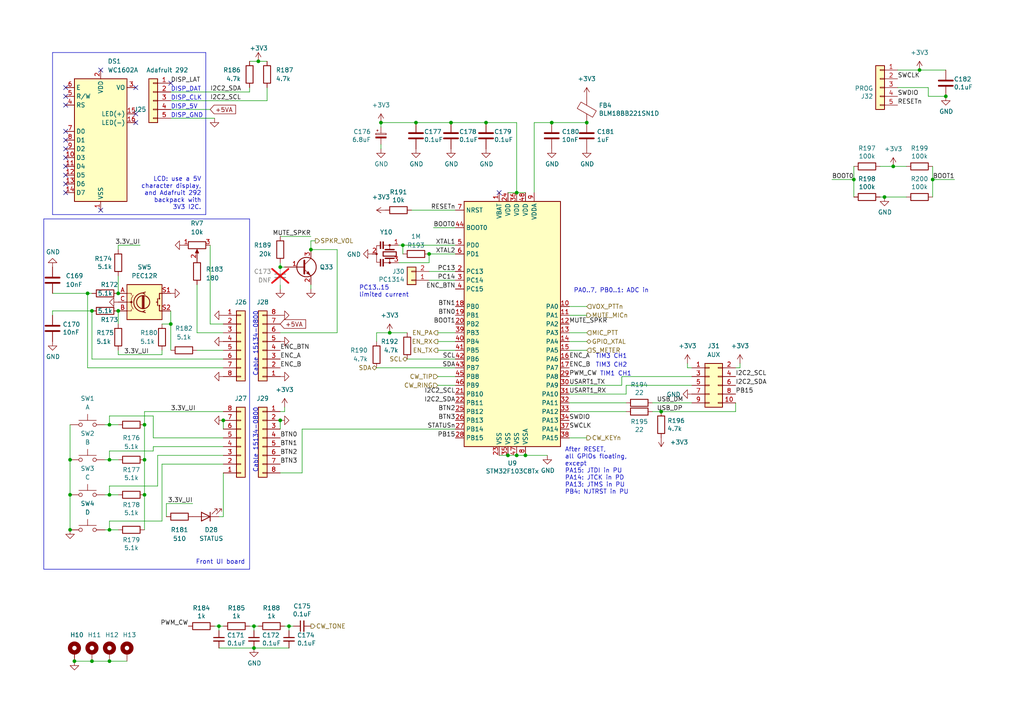
<source format=kicad_sch>
(kicad_sch (version 20230121) (generator eeschema)

  (uuid 5367a494-64b6-4f8c-adca-814c4b88525b)

  (paper "A4")

  (title_block
    (title "DART-70 TRX")
    (date "2024-01-31")
    (rev "1")
    (company "HB9EGM")
    (comment 1 "A 4m Band SSB/CW Transceiver")
    (comment 2 "User interface")
  )

  

  (junction (at 247.65 52.07) (diameter 0) (color 0 0 0 0)
    (uuid 0866ee23-d486-4d3a-a64d-98814c5ef163)
  )
  (junction (at 259.08 48.26) (diameter 0) (color 0 0 0 0)
    (uuid 0a368386-18d2-4ef6-8165-200b72a998f5)
  )
  (junction (at 31.75 153.67) (diameter 0) (color 0 0 0 0)
    (uuid 0f80f31f-72b7-4a12-98d4-1ab91816cb66)
  )
  (junction (at 34.29 85.09) (diameter 0) (color 0 0 0 0)
    (uuid 1276659c-ff14-4940-b214-e27c5bbbd628)
  )
  (junction (at 49.53 93.98) (diameter 0) (color 0 0 0 0)
    (uuid 13067acb-fde6-4e8f-bcd8-36f75030cd64)
  )
  (junction (at 31.75 123.19) (diameter 0) (color 0 0 0 0)
    (uuid 1b4d93c0-b76c-47a2-869f-90d3a6551a1b)
  )
  (junction (at 26.67 90.17) (diameter 0) (color 0 0 0 0)
    (uuid 1d8e009c-7943-40d7-8021-ed1bc658a4c2)
  )
  (junction (at 191.77 119.38) (diameter 0) (color 0 0 0 0)
    (uuid 27f5f687-72ed-4e01-8cef-3c4cc1c6eb50)
  )
  (junction (at 64.77 121.92) (diameter 0) (color 0 0 0 0)
    (uuid 2945d9a7-6deb-445b-b4b8-a7b72ad1634b)
  )
  (junction (at 266.7 20.32) (diameter 0) (color 0 0 0 0)
    (uuid 3a3e423a-0c3f-40d0-bc24-f2fd6c41cc34)
  )
  (junction (at 149.86 55.88) (diameter 0) (color 0 0 0 0)
    (uuid 3b398e0a-4c10-4dcc-aa1f-5dcd51a576d9)
  )
  (junction (at 20.32 143.51) (diameter 0) (color 0 0 0 0)
    (uuid 3e97b4b6-51fe-4831-8963-04e554d396f4)
  )
  (junction (at 124.46 73.66) (diameter 0) (color 0 0 0 0)
    (uuid 418a0e9c-c95f-4d4a-a88f-ec13faf3303c)
  )
  (junction (at 31.75 133.35) (diameter 0) (color 0 0 0 0)
    (uuid 43b68646-b8ec-4be3-a413-276bb49b62bd)
  )
  (junction (at 130.81 35.56) (diameter 0) (color 0 0 0 0)
    (uuid 463e71c6-e035-4ed0-9a41-c3c9633f2c78)
  )
  (junction (at 90.17 72.39) (diameter 0) (color 0 0 0 0)
    (uuid 4aeb06a7-de87-4606-9e7f-a948ca11c315)
  )
  (junction (at 74.93 17.78) (diameter 0) (color 0 0 0 0)
    (uuid 506b584a-7a0c-4748-9a0a-fd2df4f10b53)
  )
  (junction (at 31.75 191.77) (diameter 0) (color 0 0 0 0)
    (uuid 59cde6dd-9dca-42cc-926a-90d90b278d0e)
  )
  (junction (at 81.28 121.92) (diameter 0) (color 0 0 0 0)
    (uuid 5c4d51ff-53a5-48b4-8e8d-5a6fdb870410)
  )
  (junction (at 20.32 133.35) (diameter 0) (color 0 0 0 0)
    (uuid 60f9aea0-5552-4cff-adfd-7e3333a6c431)
  )
  (junction (at 256.54 57.15) (diameter 0) (color 0 0 0 0)
    (uuid 6d4ae51e-8ca2-4932-9759-eaa3b5ce6b35)
  )
  (junction (at 149.86 132.08) (diameter 0) (color 0 0 0 0)
    (uuid 70b621b6-45b5-43cb-9683-d589118723d7)
  )
  (junction (at 147.32 132.08) (diameter 0) (color 0 0 0 0)
    (uuid 73e2a101-0bc0-414b-9aa7-7eeb8a3caef1)
  )
  (junction (at 120.65 35.56) (diameter 0) (color 0 0 0 0)
    (uuid 752fa345-d8be-4e99-aad1-e88671f99643)
  )
  (junction (at 160.02 35.56) (diameter 0) (color 0 0 0 0)
    (uuid 77b09fa1-fbbb-49ab-94c4-069660b694ff)
  )
  (junction (at 73.66 187.96) (diameter 0) (color 0 0 0 0)
    (uuid 782b86fa-ef9f-4c16-a991-b44a80f0f0c3)
  )
  (junction (at 110.49 35.56) (diameter 0) (color 0 0 0 0)
    (uuid 7a569be9-30d3-40a6-bcfb-48572e4d943e)
  )
  (junction (at 63.5 181.61) (diameter 0) (color 0 0 0 0)
    (uuid 7efaeda2-e767-44b9-adb2-3a0c3f4d2f1d)
  )
  (junction (at 25.4 85.09) (diameter 0) (color 0 0 0 0)
    (uuid 862cd780-bf4e-4e2e-bb26-0952d83f334b)
  )
  (junction (at 83.82 181.61) (diameter 0) (color 0 0 0 0)
    (uuid 8847e751-6992-4f80-92c5-c3bef4b5dbf6)
  )
  (junction (at 116.84 71.12) (diameter 0) (color 0 0 0 0)
    (uuid 8c497335-9f19-4d8f-81b9-d3f6e5560190)
  )
  (junction (at 26.67 191.77) (diameter 0) (color 0 0 0 0)
    (uuid 98560b74-a1df-4f18-9056-9d04ee495b97)
  )
  (junction (at 140.97 35.56) (diameter 0) (color 0 0 0 0)
    (uuid 9cb0289b-897f-4a33-9575-6ead0989832a)
  )
  (junction (at 41.91 133.35) (diameter 0) (color 0 0 0 0)
    (uuid a306cb94-6ff0-43dc-b3ff-609bd041f651)
  )
  (junction (at 270.51 52.07) (diameter 0) (color 0 0 0 0)
    (uuid aa21b640-c66c-4373-8449-938440dd5f1c)
  )
  (junction (at 73.66 181.61) (diameter 0) (color 0 0 0 0)
    (uuid b2ecb88a-4c09-46d5-b24a-de38dbb48f75)
  )
  (junction (at 41.91 143.51) (diameter 0) (color 0 0 0 0)
    (uuid b47512f5-ddb1-4f6a-a01f-993a149ffa47)
  )
  (junction (at 152.4 132.08) (diameter 0) (color 0 0 0 0)
    (uuid b7e9cf10-b74e-4e80-a7f1-e33a29fe56de)
  )
  (junction (at 20.32 153.67) (diameter 0) (color 0 0 0 0)
    (uuid be9a62f2-23dd-41df-91a7-1f4ac377faf3)
  )
  (junction (at 81.28 77.47) (diameter 0) (color 0 0 0 0)
    (uuid c21d43cd-6a5c-49e4-8e47-27ce04de320c)
  )
  (junction (at 34.29 90.17) (diameter 0) (color 0 0 0 0)
    (uuid c2d3f10b-b9a2-4cb9-979d-644e3566b349)
  )
  (junction (at 21.59 191.77) (diameter 0) (color 0 0 0 0)
    (uuid c700ac3f-55c1-4328-ac50-f1d2cfb94ee9)
  )
  (junction (at 41.91 123.19) (diameter 0) (color 0 0 0 0)
    (uuid cc016ca4-b9a4-4d80-91ba-91d6e0df5bcc)
  )
  (junction (at 170.18 35.56) (diameter 0) (color 0 0 0 0)
    (uuid e1640c92-0a7b-4990-ae42-e9436c2a460d)
  )
  (junction (at 31.75 143.51) (diameter 0) (color 0 0 0 0)
    (uuid e4389c4e-c952-4182-9a64-3fb2a72a1786)
  )
  (junction (at 274.32 27.94) (diameter 0) (color 0 0 0 0)
    (uuid ed74c2b7-a3ac-4886-84f5-377b5e1bbbfc)
  )
  (junction (at 113.03 96.52) (diameter 0) (color 0 0 0 0)
    (uuid ff6d9fdb-84d0-4d1c-a636-19102cb32ce0)
  )

  (no_connect (at 19.05 30.48) (uuid 27a098aa-a54a-4603-8a04-fe8def00e684))
  (no_connect (at 19.05 25.4) (uuid 32b8b153-c903-4741-ad0e-f8d9602e50e4))
  (no_connect (at 39.37 33.02) (uuid 342988be-16c5-4d72-82f4-e65b4c5f0a23))
  (no_connect (at 19.05 45.72) (uuid 4f2980f5-7c43-4875-a7d2-8b8b265a1e46))
  (no_connect (at 19.05 40.64) (uuid 5187d1a9-67b2-40c1-a07c-4e0e8a38791d))
  (no_connect (at 39.37 35.56) (uuid 54760758-af89-4a41-a60d-e1b689c5006e))
  (no_connect (at 29.21 20.32) (uuid 5e0f13bf-804a-411e-8f5a-2678db83e4a0))
  (no_connect (at 19.05 38.1) (uuid 657b9520-f4f5-4bbd-96e9-e7037197e3d3))
  (no_connect (at 19.05 53.34) (uuid 68b3df11-6847-4453-820a-85d602ac575b))
  (no_connect (at 19.05 43.18) (uuid 7470b900-3f1e-497f-b369-8aad981a3392))
  (no_connect (at 29.21 60.96) (uuid 94d11b9d-6eb0-4385-9ae1-ddcc32221de4))
  (no_connect (at 19.05 48.26) (uuid 98bce542-8d71-44ac-8b06-d20ab5e9152b))
  (no_connect (at 19.05 55.88) (uuid 9a013d10-199f-4d04-bd4c-941faf08d324))
  (no_connect (at 144.78 55.88) (uuid b1a7eebe-6925-4250-9db7-8e9e0fa6cd98))
  (no_connect (at 19.05 27.94) (uuid cbf32607-4f05-4315-90ea-7b1ad43a34e7))
  (no_connect (at 49.53 24.13) (uuid d201603c-e100-4dec-85ec-f4b2f2d1beac))
  (no_connect (at 39.37 25.4) (uuid e52ceaab-2ff4-49eb-abf8-ad8d6eddfba5))
  (no_connect (at 19.05 50.8) (uuid e57a82f1-c1a2-475f-b5ba-dfeed83c5d9b))

  (wire (pts (xy 49.53 26.67) (xy 72.39 26.67))
    (stroke (width 0) (type default))
    (uuid 0172fa94-4b7c-4d5e-bde6-27bb171b91e9)
  )
  (wire (pts (xy 63.5 149.86) (xy 64.77 149.86))
    (stroke (width 0) (type default))
    (uuid 01bec52d-63c5-49e5-955c-569d1162d97f)
  )
  (wire (pts (xy 34.29 71.12) (xy 40.64 71.12))
    (stroke (width 0) (type default))
    (uuid 0242d9ef-e4f8-46fc-9a77-e91737006838)
  )
  (wire (pts (xy 60.96 71.12) (xy 60.96 93.98))
    (stroke (width 0) (type default))
    (uuid 02f4b20d-c9a8-4969-8fae-b3557e58a4d5)
  )
  (wire (pts (xy 34.29 93.98) (xy 34.29 90.17))
    (stroke (width 0) (type default))
    (uuid 035870a0-33fd-4542-9093-58d01a043d61)
  )
  (wire (pts (xy 119.38 60.96) (xy 132.08 60.96))
    (stroke (width 0) (type default))
    (uuid 0454b0ed-4e94-46b1-9058-7210ddee62e4)
  )
  (wire (pts (xy 34.29 101.6) (xy 34.29 102.87))
    (stroke (width 0) (type default))
    (uuid 075e8b22-aaf4-4757-89b3-6249642534f1)
  )
  (wire (pts (xy 170.18 127) (xy 165.1 127))
    (stroke (width 0) (type default))
    (uuid 092bd70b-48e0-45b7-9940-021b2d382881)
  )
  (wire (pts (xy 44.45 120.65) (xy 31.75 120.65))
    (stroke (width 0) (type default))
    (uuid 09f2736c-9021-4d8c-8548-ee1072a97795)
  )
  (wire (pts (xy 165.1 88.9) (xy 170.18 88.9))
    (stroke (width 0) (type default))
    (uuid 09f67069-9731-43ad-9896-f538c04ef5ba)
  )
  (wire (pts (xy 15.24 91.44) (xy 15.24 90.17))
    (stroke (width 0) (type default))
    (uuid 1021e01a-7480-4604-9b82-a8d70899e83d)
  )
  (wire (pts (xy 34.29 133.35) (xy 31.75 133.35))
    (stroke (width 0) (type default))
    (uuid 10acd6cf-9aa0-464b-9051-98ec9eb1cee0)
  )
  (wire (pts (xy 48.26 146.05) (xy 55.88 146.05))
    (stroke (width 0) (type default))
    (uuid 11719fed-d88d-4530-9c26-831b28b31b78)
  )
  (wire (pts (xy 64.77 132.08) (xy 45.72 132.08))
    (stroke (width 0) (type default))
    (uuid 117ea635-ba04-4738-95f8-db64471b3c10)
  )
  (wire (pts (xy 127 101.6) (xy 132.08 101.6))
    (stroke (width 0) (type default))
    (uuid 1627b889-41c1-4638-81bb-2059620a165d)
  )
  (wire (pts (xy 127 111.76) (xy 132.08 111.76))
    (stroke (width 0) (type default))
    (uuid 166aacf9-9169-4bbe-a203-0c1180fa7c79)
  )
  (wire (pts (xy 266.7 20.32) (xy 274.32 20.32))
    (stroke (width 0) (type default))
    (uuid 183d445a-de65-4a66-9059-9ba25be6a94a)
  )
  (wire (pts (xy 21.59 191.77) (xy 26.67 191.77))
    (stroke (width 0) (type default))
    (uuid 1998e0d6-130d-4ba8-96ae-888a1f6e3081)
  )
  (wire (pts (xy 110.49 41.91) (xy 110.49 43.18))
    (stroke (width 0) (type default))
    (uuid 1a795a6f-1bc6-41fb-82d7-5ae528094d84)
  )
  (wire (pts (xy 270.51 52.07) (xy 276.86 52.07))
    (stroke (width 0) (type default))
    (uuid 1aa1dab1-f1aa-419d-8e2b-8cd33b1239aa)
  )
  (wire (pts (xy 200.66 106.68) (xy 199.39 106.68))
    (stroke (width 0) (type default))
    (uuid 1ce4bd63-126a-47fe-ad75-2c3d3b6c90fd)
  )
  (wire (pts (xy 90.17 69.85) (xy 91.44 69.85))
    (stroke (width 0) (type default))
    (uuid 1d79b872-4247-447b-8107-559d53ddd5a5)
  )
  (wire (pts (xy 189.23 116.84) (xy 200.66 116.84))
    (stroke (width 0) (type default))
    (uuid 1da5016e-cc92-4895-a74f-9793b5b27afa)
  )
  (wire (pts (xy 130.81 35.56) (xy 140.97 35.56))
    (stroke (width 0) (type default))
    (uuid 2330a65f-a667-4564-b2ea-fd267508069a)
  )
  (wire (pts (xy 260.35 20.32) (xy 266.7 20.32))
    (stroke (width 0) (type default))
    (uuid 23425199-2ac8-404e-b295-8bb0276f526e)
  )
  (wire (pts (xy 200.66 111.76) (xy 181.61 111.76))
    (stroke (width 0) (type default))
    (uuid 238ce6dc-0557-409a-ab04-93448fccaac4)
  )
  (wire (pts (xy 160.02 35.56) (xy 154.94 35.56))
    (stroke (width 0) (type default))
    (uuid 23d269d6-d694-442a-bf5d-98bf3544fc31)
  )
  (wire (pts (xy 165.1 116.84) (xy 181.61 116.84))
    (stroke (width 0) (type default))
    (uuid 23ee83b6-5b95-4d9f-9ad1-3b6563750444)
  )
  (wire (pts (xy 269.24 25.4) (xy 269.24 27.94))
    (stroke (width 0) (type default))
    (uuid 2480dd87-1dff-4a50-81a2-52ef161ac45c)
  )
  (wire (pts (xy 259.08 48.26) (xy 262.89 48.26))
    (stroke (width 0) (type default))
    (uuid 24884ea9-449f-44bf-b800-4ed7c93ce21e)
  )
  (wire (pts (xy 63.5 181.61) (xy 63.5 182.88))
    (stroke (width 0) (type default))
    (uuid 251435cb-df17-46ab-aac4-3d24ccac8db0)
  )
  (wire (pts (xy 109.22 106.68) (xy 132.08 106.68))
    (stroke (width 0) (type default))
    (uuid 25892d42-97fc-44a1-b3ba-aeb16f99fc18)
  )
  (polyline (pts (xy 12.7 63.5) (xy 12.7 165.1))
    (stroke (width 0) (type default))
    (uuid 2713b852-bf79-44b8-86d7-5e0782348c75)
  )

  (wire (pts (xy 34.29 123.19) (xy 31.75 123.19))
    (stroke (width 0) (type default))
    (uuid 2965eaa9-5c83-4078-a673-05e36103f2d1)
  )
  (wire (pts (xy 26.67 104.14) (xy 64.77 104.14))
    (stroke (width 0) (type default))
    (uuid 2b7ff33a-ec1c-46d5-8b84-ce602b213971)
  )
  (wire (pts (xy 127 109.22) (xy 132.08 109.22))
    (stroke (width 0) (type default))
    (uuid 2bd08fdd-e559-4112-af36-bdef9848d0a6)
  )
  (wire (pts (xy 81.28 96.52) (xy 97.79 96.52))
    (stroke (width 0) (type default))
    (uuid 2c6ad630-243d-427a-a5cf-bdab2e7e3ca0)
  )
  (wire (pts (xy 64.77 134.62) (xy 46.99 134.62))
    (stroke (width 0) (type default))
    (uuid 2e004af1-24c2-4d3f-9cdf-8ffccd65096d)
  )
  (wire (pts (xy 57.15 82.55) (xy 57.15 96.52))
    (stroke (width 0) (type default))
    (uuid 34bc620a-9d77-48b4-909a-ab4e80c66d2f)
  )
  (polyline (pts (xy 59.69 15.24) (xy 59.69 62.23))
    (stroke (width 0) (type default))
    (uuid 36dbbb14-ed77-4633-af35-90660d2143f3)
  )

  (wire (pts (xy 120.65 35.56) (xy 130.81 35.56))
    (stroke (width 0) (type default))
    (uuid 37e843e9-2538-4a91-9a9b-f536fa0a9e84)
  )
  (wire (pts (xy 64.77 127) (xy 44.45 127))
    (stroke (width 0) (type default))
    (uuid 38d4be64-e2ca-4c77-8402-c0bcde2a8985)
  )
  (wire (pts (xy 247.65 52.07) (xy 247.65 57.15))
    (stroke (width 0) (type default))
    (uuid 39fc171f-22e1-4125-a6fb-074be0f89972)
  )
  (wire (pts (xy 110.49 35.56) (xy 120.65 35.56))
    (stroke (width 0) (type default))
    (uuid 3a013e8f-5b12-499b-8d2d-0ad49966db1a)
  )
  (wire (pts (xy 83.82 182.88) (xy 83.82 181.61))
    (stroke (width 0) (type default))
    (uuid 3d927ca0-f4ad-42ab-b902-dfef8d84eebb)
  )
  (wire (pts (xy 270.51 52.07) (xy 270.51 57.15))
    (stroke (width 0) (type default))
    (uuid 3ecb97a2-d71c-4514-8aef-66aafaac321d)
  )
  (wire (pts (xy 31.75 151.13) (xy 31.75 153.67))
    (stroke (width 0) (type default))
    (uuid 3ecfdc85-ccb3-4449-a7de-24b5b9ff8623)
  )
  (wire (pts (xy 73.66 187.96) (xy 83.82 187.96))
    (stroke (width 0) (type default))
    (uuid 3fc3a397-ec3a-4314-aa6a-44925ef4cbbe)
  )
  (wire (pts (xy 189.23 119.38) (xy 191.77 119.38))
    (stroke (width 0) (type default))
    (uuid 40e94887-1b6b-450e-82b0-77f516f4e620)
  )
  (polyline (pts (xy 15.24 15.24) (xy 59.69 15.24))
    (stroke (width 0) (type default))
    (uuid 437ebe18-8f4c-4d60-9ade-e76424d17726)
  )

  (wire (pts (xy 83.82 181.61) (xy 85.09 181.61))
    (stroke (width 0) (type default))
    (uuid 4736f749-4a0e-4a05-b1aa-d51f1c3fc23d)
  )
  (wire (pts (xy 160.02 35.56) (xy 170.18 35.56))
    (stroke (width 0) (type default))
    (uuid 4829bee0-faa8-43f7-b2d7-8a6e5d1b3050)
  )
  (wire (pts (xy 34.29 80.01) (xy 34.29 85.09))
    (stroke (width 0) (type default))
    (uuid 487cb37f-32e1-4fcc-b649-1ddd891984c5)
  )
  (wire (pts (xy 34.29 72.39) (xy 34.29 71.12))
    (stroke (width 0) (type default))
    (uuid 4ac2ebce-bb4e-40ee-8aab-660b525d546b)
  )
  (wire (pts (xy 124.46 78.74) (xy 132.08 78.74))
    (stroke (width 0) (type default))
    (uuid 4cd135a5-fdd1-4851-864a-dadf7c96d9ff)
  )
  (wire (pts (xy 20.32 123.19) (xy 20.32 133.35))
    (stroke (width 0) (type default))
    (uuid 4d43e674-c1c0-4e11-b129-01108db367aa)
  )
  (wire (pts (xy 260.35 25.4) (xy 269.24 25.4))
    (stroke (width 0) (type default))
    (uuid 4f69bb40-cbf2-45c5-8c23-3e0667e1f6c1)
  )
  (wire (pts (xy 165.1 114.3) (xy 181.61 114.3))
    (stroke (width 0) (type default))
    (uuid 500298f6-b9ed-4e53-bde6-024545f1a90a)
  )
  (wire (pts (xy 214.63 106.68) (xy 214.63 105.41))
    (stroke (width 0) (type default))
    (uuid 51294343-90f3-4619-bc53-1c73bf8c5427)
  )
  (wire (pts (xy 44.45 129.54) (xy 44.45 130.81))
    (stroke (width 0) (type default))
    (uuid 5340b604-f44f-4b11-a6bf-532ca4d65b6f)
  )
  (wire (pts (xy 165.1 99.06) (xy 170.18 99.06))
    (stroke (width 0) (type default))
    (uuid 53b642b8-d876-4cba-97a5-d4c9c528a2c5)
  )
  (wire (pts (xy 74.93 17.78) (xy 72.39 17.78))
    (stroke (width 0) (type default))
    (uuid 5650bed6-fa0f-4e0e-bc2c-475445b4cde8)
  )
  (wire (pts (xy 64.77 101.6) (xy 57.15 101.6))
    (stroke (width 0) (type default))
    (uuid 58839379-e082-4fb4-906e-c6877a462c18)
  )
  (wire (pts (xy 34.29 143.51) (xy 31.75 143.51))
    (stroke (width 0) (type default))
    (uuid 595e8034-8a59-4a5c-b366-f8604d8aa4da)
  )
  (wire (pts (xy 247.65 48.26) (xy 247.65 52.07))
    (stroke (width 0) (type default))
    (uuid 5af71f61-4c88-4f07-8375-dac3a2ef186d)
  )
  (wire (pts (xy 110.49 35.56) (xy 110.49 36.83))
    (stroke (width 0) (type default))
    (uuid 5e8f43a4-e869-473e-b093-0ec79ea19580)
  )
  (wire (pts (xy 269.24 27.94) (xy 274.32 27.94))
    (stroke (width 0) (type default))
    (uuid 61b6f2c4-b226-47d6-bbd8-9d67fcaf35c3)
  )
  (wire (pts (xy 256.54 57.15) (xy 262.89 57.15))
    (stroke (width 0) (type default))
    (uuid 61e795c9-5bb5-48b3-b7a0-cb64f04c7adc)
  )
  (wire (pts (xy 49.53 101.6) (xy 49.53 93.98))
    (stroke (width 0) (type default))
    (uuid 62bb59d5-9173-4472-8052-d1f9b5eb8ddd)
  )
  (wire (pts (xy 48.26 146.05) (xy 48.26 149.86))
    (stroke (width 0) (type default))
    (uuid 653c064d-2952-4357-b6d2-6994eafa06e3)
  )
  (wire (pts (xy 34.29 153.67) (xy 31.75 153.67))
    (stroke (width 0) (type default))
    (uuid 66d98295-60ac-4b7d-a181-3284b2b387bc)
  )
  (wire (pts (xy 124.46 76.2) (xy 124.46 73.66))
    (stroke (width 0) (type default))
    (uuid 677a1070-c11b-49a9-8186-12e0a3e880b1)
  )
  (wire (pts (xy 77.47 29.21) (xy 77.47 25.4))
    (stroke (width 0) (type default))
    (uuid 679e5b0e-a017-43d8-8845-79a886253d82)
  )
  (wire (pts (xy 26.67 191.77) (xy 31.75 191.77))
    (stroke (width 0) (type default))
    (uuid 67a7995e-8784-42ca-a88d-2917f425f1b7)
  )
  (polyline (pts (xy 15.24 15.24) (xy 15.24 62.23))
    (stroke (width 0) (type default))
    (uuid 6c1a4ff4-84d5-4723-9271-598658bada11)
  )

  (wire (pts (xy 165.1 111.76) (xy 180.34 111.76))
    (stroke (width 0) (type default))
    (uuid 6f75ea3e-6135-44f5-9313-1aad839ab6f6)
  )
  (wire (pts (xy 49.53 93.98) (xy 49.53 90.17))
    (stroke (width 0) (type default))
    (uuid 6fdaf790-6595-4496-8ecc-66a8fce05a7e)
  )
  (wire (pts (xy 31.75 153.67) (xy 30.48 153.67))
    (stroke (width 0) (type default))
    (uuid 7015e2a0-a2e3-4f1d-a3b4-6e3232db9600)
  )
  (wire (pts (xy 74.93 17.78) (xy 77.47 17.78))
    (stroke (width 0) (type default))
    (uuid 70fbc14f-75ce-4a72-aeed-887f01f7e9b7)
  )
  (wire (pts (xy 62.23 181.61) (xy 63.5 181.61))
    (stroke (width 0) (type default))
    (uuid 742f6656-c86d-41c0-937e-ef6ded3bd482)
  )
  (wire (pts (xy 82.55 119.38) (xy 81.28 119.38))
    (stroke (width 0) (type default))
    (uuid 759cc877-c951-4232-8801-84944e2711e0)
  )
  (wire (pts (xy 31.75 143.51) (xy 30.48 143.51))
    (stroke (width 0) (type default))
    (uuid 79e9b764-7934-4c55-bbe2-66da90857ed4)
  )
  (wire (pts (xy 140.97 35.56) (xy 149.86 35.56))
    (stroke (width 0) (type default))
    (uuid 7c1fd6fc-5c53-4ccb-a456-46fe6fc0bc71)
  )
  (wire (pts (xy 34.29 102.87) (xy 46.99 102.87))
    (stroke (width 0) (type default))
    (uuid 7d0bbe80-0957-4d01-9233-f16ef102a13b)
  )
  (wire (pts (xy 82.55 181.61) (xy 83.82 181.61))
    (stroke (width 0) (type default))
    (uuid 7d512d14-3ca4-4934-b506-eb07d268c7dc)
  )
  (wire (pts (xy 255.27 48.26) (xy 259.08 48.26))
    (stroke (width 0) (type default))
    (uuid 7dd55760-37b2-4d89-b4f0-9a6e2271c608)
  )
  (wire (pts (xy 49.53 31.75) (xy 60.96 31.75))
    (stroke (width 0) (type default))
    (uuid 7dea5b06-9728-4946-ac18-76df3b51d33b)
  )
  (wire (pts (xy 147.32 132.08) (xy 144.78 132.08))
    (stroke (width 0) (type default))
    (uuid 7f2c9904-545b-4337-acd6-8707e0924818)
  )
  (wire (pts (xy 31.75 120.65) (xy 31.75 123.19))
    (stroke (width 0) (type default))
    (uuid 7f70a162-654d-4a57-bc5d-a31cdfbe16ab)
  )
  (wire (pts (xy 270.51 48.26) (xy 270.51 52.07))
    (stroke (width 0) (type default))
    (uuid 81d49193-5849-4589-9095-80c5e3a0c2bb)
  )
  (wire (pts (xy 41.91 133.35) (xy 41.91 123.19))
    (stroke (width 0) (type default))
    (uuid 83b77b4d-dcc2-4e93-a5f3-1d1480646393)
  )
  (wire (pts (xy 199.39 106.68) (xy 199.39 105.41))
    (stroke (width 0) (type default))
    (uuid 83f19178-b5ce-4eb0-8662-85efc8e40ad9)
  )
  (wire (pts (xy 82.55 118.11) (xy 82.55 119.38))
    (stroke (width 0) (type default))
    (uuid 8531137a-1a8b-4272-8a2a-21ebe15116a8)
  )
  (wire (pts (xy 255.27 57.15) (xy 256.54 57.15))
    (stroke (width 0) (type default))
    (uuid 875404be-e359-458a-af29-1bd3403dd55f)
  )
  (wire (pts (xy 170.18 96.52) (xy 165.1 96.52))
    (stroke (width 0) (type default))
    (uuid 8916cfb5-5541-43a9-8e0e-951b776d485c)
  )
  (wire (pts (xy 90.17 69.85) (xy 90.17 72.39))
    (stroke (width 0) (type default))
    (uuid 8c018d47-5ab9-4aea-a37a-71038b398265)
  )
  (wire (pts (xy 64.77 129.54) (xy 44.45 129.54))
    (stroke (width 0) (type default))
    (uuid 8cad3c76-9d14-47b0-af16-b1d45fb7e210)
  )
  (wire (pts (xy 25.4 85.09) (xy 25.4 106.68))
    (stroke (width 0) (type default))
    (uuid 8cc76f91-ded4-40ee-b697-880b3a291e2e)
  )
  (wire (pts (xy 20.32 143.51) (xy 20.32 153.67))
    (stroke (width 0) (type default))
    (uuid 8d760ab7-cb5d-426a-b4aa-fb7e0964cb41)
  )
  (wire (pts (xy 113.03 96.52) (xy 118.11 96.52))
    (stroke (width 0) (type default))
    (uuid 8eee2ea4-1445-45c5-abf0-47f99f0cf976)
  )
  (wire (pts (xy 73.66 181.61) (xy 74.93 181.61))
    (stroke (width 0) (type default))
    (uuid 9004cee7-358e-4c08-9d64-a05f28a4e7b6)
  )
  (wire (pts (xy 15.24 85.09) (xy 25.4 85.09))
    (stroke (width 0) (type default))
    (uuid 901dc96c-698d-427d-880a-ee46536a481f)
  )
  (wire (pts (xy 81.28 77.47) (xy 82.55 77.47))
    (stroke (width 0) (type default))
    (uuid 91b93633-9d4a-4170-b7ca-34e2d5aedb1e)
  )
  (wire (pts (xy 124.46 73.66) (xy 132.08 73.66))
    (stroke (width 0) (type default))
    (uuid 92cf4db4-2dba-4763-9cd8-3c7f8aff8f24)
  )
  (wire (pts (xy 124.46 76.2) (xy 115.57 76.2))
    (stroke (width 0) (type default))
    (uuid 93b580d1-c2df-48c4-9d06-465ca9d3eebc)
  )
  (wire (pts (xy 31.75 130.81) (xy 31.75 133.35))
    (stroke (width 0) (type default))
    (uuid 93da3a85-5fda-48d7-be90-2ac97d347c10)
  )
  (wire (pts (xy 31.75 133.35) (xy 30.48 133.35))
    (stroke (width 0) (type default))
    (uuid 9a54de37-9a36-4361-8f2a-998faf1c0711)
  )
  (wire (pts (xy 87.63 124.46) (xy 132.08 124.46))
    (stroke (width 0) (type default))
    (uuid 9c00f763-4387-4dca-9d2a-687600fcbd31)
  )
  (wire (pts (xy 26.67 90.17) (xy 26.67 104.14))
    (stroke (width 0) (type default))
    (uuid a17a454c-d5db-41e2-aad7-bb23416d3abb)
  )
  (wire (pts (xy 46.99 93.98) (xy 49.53 93.98))
    (stroke (width 0) (type default))
    (uuid a1c9f66a-0fa1-46bb-9bd5-47e853da8b3b)
  )
  (wire (pts (xy 149.86 55.88) (xy 147.32 55.88))
    (stroke (width 0) (type default))
    (uuid a32fe8ab-5810-40f6-8eab-48332c0ee5a0)
  )
  (wire (pts (xy 81.28 83.82) (xy 81.28 82.55))
    (stroke (width 0) (type default))
    (uuid a6772870-a42e-49f8-bd4d-a35118c5fb87)
  )
  (wire (pts (xy 31.75 123.19) (xy 30.48 123.19))
    (stroke (width 0) (type default))
    (uuid a8ec01c3-5395-47fc-8245-52f53884ef0c)
  )
  (wire (pts (xy 124.46 81.28) (xy 132.08 81.28))
    (stroke (width 0) (type default))
    (uuid ab5db7e5-9de7-449f-b70b-9d0dd610b10b)
  )
  (wire (pts (xy 116.84 73.66) (xy 116.84 71.12))
    (stroke (width 0) (type default))
    (uuid ac5a5c45-797a-4bbe-bfd5-5ce5a8aa3463)
  )
  (wire (pts (xy 109.22 99.06) (xy 109.22 96.52))
    (stroke (width 0) (type default))
    (uuid acc086a0-e4a1-477e-a665-53709bdb472e)
  )
  (wire (pts (xy 81.28 121.92) (xy 81.28 124.46))
    (stroke (width 0) (type default))
    (uuid adcad185-ae9d-4ff3-9043-36c650cb42a0)
  )
  (wire (pts (xy 81.28 76.2) (xy 81.28 77.47))
    (stroke (width 0) (type default))
    (uuid ae0da676-b905-4af3-8d1e-af49105ca29d)
  )
  (wire (pts (xy 46.99 151.13) (xy 31.75 151.13))
    (stroke (width 0) (type default))
    (uuid ae15e328-ecca-4103-8937-cab586d25863)
  )
  (wire (pts (xy 152.4 132.08) (xy 149.86 132.08))
    (stroke (width 0) (type default))
    (uuid b05af61d-3c1d-44cf-aea2-61fd169c9d1a)
  )
  (wire (pts (xy 31.75 191.77) (xy 36.83 191.77))
    (stroke (width 0) (type default))
    (uuid b28ba5b1-54d9-4597-94a4-3b5c7b5bab1e)
  )
  (wire (pts (xy 149.86 35.56) (xy 149.86 55.88))
    (stroke (width 0) (type default))
    (uuid b3eebb03-af8c-48e8-a7d9-5ec3741206fa)
  )
  (wire (pts (xy 213.36 119.38) (xy 213.36 116.84))
    (stroke (width 0) (type default))
    (uuid b54abf56-b9e3-4a23-9f8d-55ca0e49fa17)
  )
  (polyline (pts (xy 72.39 63.5) (xy 72.39 165.1))
    (stroke (width 0) (type default))
    (uuid b7352d31-f539-445c-ba3f-fbc1562b3d46)
  )

  (wire (pts (xy 165.1 119.38) (xy 181.61 119.38))
    (stroke (width 0) (type default))
    (uuid b9baffa3-7afd-4d0f-b872-02cd045ef6e6)
  )
  (wire (pts (xy 181.61 111.76) (xy 181.61 114.3))
    (stroke (width 0) (type default))
    (uuid b9fce689-53c2-4275-98d8-2c8da9bd740a)
  )
  (wire (pts (xy 116.84 71.12) (xy 115.57 71.12))
    (stroke (width 0) (type default))
    (uuid ba80136a-34d0-4a97-a9c9-c43ab3f7be6e)
  )
  (wire (pts (xy 97.79 96.52) (xy 97.79 72.39))
    (stroke (width 0) (type default))
    (uuid baa5fb47-0080-48ce-a6eb-0a22f840580d)
  )
  (wire (pts (xy 152.4 55.88) (xy 149.86 55.88))
    (stroke (width 0) (type default))
    (uuid bade9875-e59b-4d52-b529-c48d7c265fc4)
  )
  (wire (pts (xy 81.28 137.16) (xy 87.63 137.16))
    (stroke (width 0) (type default))
    (uuid bb740424-d759-4423-b2a5-0258d69ff2b8)
  )
  (wire (pts (xy 49.53 29.21) (xy 77.47 29.21))
    (stroke (width 0) (type default))
    (uuid bc913ca4-9065-43d2-9d7f-c7073d14811d)
  )
  (wire (pts (xy 170.18 101.6) (xy 165.1 101.6))
    (stroke (width 0) (type default))
    (uuid bcb9de97-da39-48c2-ba62-52171a3a19f8)
  )
  (wire (pts (xy 64.77 93.98) (xy 60.96 93.98))
    (stroke (width 0) (type default))
    (uuid bcc6231b-fada-4e7b-994f-501a10edaac4)
  )
  (wire (pts (xy 118.11 104.14) (xy 132.08 104.14))
    (stroke (width 0) (type default))
    (uuid bd09b87f-3171-467c-9c1b-9b264cb5811f)
  )
  (wire (pts (xy 45.72 132.08) (xy 45.72 140.97))
    (stroke (width 0) (type default))
    (uuid bdc362f0-8353-4b85-a2e5-77a124b70e3e)
  )
  (wire (pts (xy 90.17 83.82) (xy 90.17 82.55))
    (stroke (width 0) (type default))
    (uuid be3969cd-6eb6-46db-b717-5a91b206baa1)
  )
  (wire (pts (xy 127 99.06) (xy 132.08 99.06))
    (stroke (width 0) (type default))
    (uuid becafcb0-5d08-48f4-89ce-b2a1334e1c9f)
  )
  (wire (pts (xy 46.99 134.62) (xy 46.99 151.13))
    (stroke (width 0) (type default))
    (uuid bff5a479-d653-4ef3-9142-cd1c60af5e4c)
  )
  (wire (pts (xy 87.63 137.16) (xy 87.63 124.46))
    (stroke (width 0) (type default))
    (uuid c11bad5b-a36f-48f7-a423-b6938509b64c)
  )
  (wire (pts (xy 25.4 85.09) (xy 26.67 85.09))
    (stroke (width 0) (type default))
    (uuid c3bf758f-2f4a-44b5-89bd-399138aded84)
  )
  (wire (pts (xy 64.77 121.92) (xy 64.77 124.46))
    (stroke (width 0) (type default))
    (uuid c441a9cc-dcbd-450c-98b0-ba6bf2893466)
  )
  (wire (pts (xy 109.22 96.52) (xy 113.03 96.52))
    (stroke (width 0) (type default))
    (uuid c4f64510-07d5-4ae3-902b-5d0e59c44376)
  )
  (wire (pts (xy 180.34 109.22) (xy 200.66 109.22))
    (stroke (width 0) (type default))
    (uuid ca0eab8e-e3fd-464d-bb03-d1603b8a651b)
  )
  (wire (pts (xy 213.36 106.68) (xy 214.63 106.68))
    (stroke (width 0) (type default))
    (uuid cb175638-626b-4672-842d-6eb93527cdee)
  )
  (wire (pts (xy 72.39 26.67) (xy 72.39 25.4))
    (stroke (width 0) (type default))
    (uuid cf02db11-2ff8-4f79-b3e9-9802575ab786)
  )
  (polyline (pts (xy 72.39 165.1) (xy 12.7 165.1))
    (stroke (width 0) (type default))
    (uuid d1139c2e-c886-424c-a875-a1901610c4d7)
  )

  (wire (pts (xy 154.94 35.56) (xy 154.94 55.88))
    (stroke (width 0) (type default))
    (uuid d1ea7795-8403-4edb-b959-1b29f77ed16f)
  )
  (wire (pts (xy 26.67 90.17) (xy 15.24 90.17))
    (stroke (width 0) (type default))
    (uuid d4d81f67-fac4-4771-8b7d-f2089683330d)
  )
  (wire (pts (xy 73.66 182.88) (xy 73.66 181.61))
    (stroke (width 0) (type default))
    (uuid d8ebdeb0-2bbd-4a1b-a259-f95c97f44cbe)
  )
  (wire (pts (xy 72.39 181.61) (xy 73.66 181.61))
    (stroke (width 0) (type default))
    (uuid dacfc6b2-f197-4446-86ee-d141533404be)
  )
  (wire (pts (xy 97.79 72.39) (xy 90.17 72.39))
    (stroke (width 0) (type default))
    (uuid db2d81f3-23da-41d4-9b62-2e8fe838cf89)
  )
  (wire (pts (xy 46.99 101.6) (xy 46.99 102.87))
    (stroke (width 0) (type default))
    (uuid dbe966b7-402e-466d-8903-8d56ad410940)
  )
  (wire (pts (xy 49.53 34.29) (xy 62.23 34.29))
    (stroke (width 0) (type default))
    (uuid dc2567a8-f67d-423b-a6b0-f3bf10022eef)
  )
  (wire (pts (xy 132.08 71.12) (xy 116.84 71.12))
    (stroke (width 0) (type default))
    (uuid dcbc5a2e-2561-4663-8736-09acc9fe0209)
  )
  (wire (pts (xy 63.5 187.96) (xy 73.66 187.96))
    (stroke (width 0) (type default))
    (uuid ddcf9a83-0126-4df6-88fa-3363d508d3a6)
  )
  (wire (pts (xy 45.72 140.97) (xy 31.75 140.97))
    (stroke (width 0) (type default))
    (uuid dece3cbd-7376-4a8b-8f30-175b2548ec21)
  )
  (wire (pts (xy 44.45 130.81) (xy 31.75 130.81))
    (stroke (width 0) (type default))
    (uuid df1810e4-d2b1-4c4a-a469-1d3279013048)
  )
  (polyline (pts (xy 12.7 63.5) (xy 72.39 63.5))
    (stroke (width 0) (type default))
    (uuid e1153486-162b-4507-b81c-3c8ab418a121)
  )

  (wire (pts (xy 158.75 132.08) (xy 152.4 132.08))
    (stroke (width 0) (type default))
    (uuid e382fedc-c868-44fd-9740-47cc05b15c1c)
  )
  (wire (pts (xy 170.18 91.44) (xy 165.1 91.44))
    (stroke (width 0) (type default))
    (uuid e4a40ea1-de8c-4913-8d95-0a86c0054fcc)
  )
  (wire (pts (xy 63.5 181.61) (xy 64.77 181.61))
    (stroke (width 0) (type default))
    (uuid e68fac9b-3de3-4acb-9bb0-3dee3685df22)
  )
  (wire (pts (xy 191.77 119.38) (xy 213.36 119.38))
    (stroke (width 0) (type default))
    (uuid e70600e3-01bb-4e01-8134-7ede97e7e28d)
  )
  (wire (pts (xy 180.34 111.76) (xy 180.34 109.22))
    (stroke (width 0) (type default))
    (uuid e7130644-c4ae-4f9d-997d-5b4fa9d09578)
  )
  (wire (pts (xy 127 96.52) (xy 132.08 96.52))
    (stroke (width 0) (type default))
    (uuid e719e133-06c8-48a5-8b34-3a33eec285a2)
  )
  (polyline (pts (xy 59.69 62.23) (xy 15.24 62.23))
    (stroke (width 0) (type default))
    (uuid e8e850c4-7708-4bbf-84e9-a768c6d278e3)
  )

  (wire (pts (xy 44.45 127) (xy 44.45 120.65))
    (stroke (width 0) (type default))
    (uuid e9b295a5-cdeb-4da6-bdd9-19728b2c98e4)
  )
  (wire (pts (xy 90.17 68.58) (xy 81.28 68.58))
    (stroke (width 0) (type default))
    (uuid eaa232ae-0357-4d6f-87b8-c4745ba4beae)
  )
  (wire (pts (xy 64.77 149.86) (xy 64.77 137.16))
    (stroke (width 0) (type default))
    (uuid eb0a63f4-b906-442b-93ec-ffece07fdfe0)
  )
  (wire (pts (xy 41.91 153.67) (xy 41.91 143.51))
    (stroke (width 0) (type default))
    (uuid eb5c3818-51cd-4092-a6a2-1d306912382e)
  )
  (wire (pts (xy 125.73 66.04) (xy 132.08 66.04))
    (stroke (width 0) (type default))
    (uuid ed265626-f6f5-4029-beb9-f6ad275e86b5)
  )
  (wire (pts (xy 41.91 143.51) (xy 41.91 133.35))
    (stroke (width 0) (type default))
    (uuid ee955228-8cba-41df-9590-142549e57cef)
  )
  (wire (pts (xy 25.4 106.68) (xy 64.77 106.68))
    (stroke (width 0) (type default))
    (uuid f0f2fa4c-2880-427e-a24f-022d6c3aded4)
  )
  (wire (pts (xy 41.91 119.38) (xy 64.77 119.38))
    (stroke (width 0) (type default))
    (uuid f195bef5-4865-4edb-b1c1-1159dcbcf864)
  )
  (wire (pts (xy 31.75 140.97) (xy 31.75 143.51))
    (stroke (width 0) (type default))
    (uuid f4034db7-8854-4045-b7b2-1e1c9b9e34c1)
  )
  (wire (pts (xy 149.86 132.08) (xy 147.32 132.08))
    (stroke (width 0) (type default))
    (uuid f46f4b86-daf6-4869-98cb-928039f00f5f)
  )
  (wire (pts (xy 41.91 119.38) (xy 41.91 123.19))
    (stroke (width 0) (type default))
    (uuid f7ab66cc-203f-4754-b8dc-ece5fbc39d5d)
  )
  (wire (pts (xy 20.32 133.35) (xy 20.32 143.51))
    (stroke (width 0) (type default))
    (uuid f928df12-b33b-4d6e-8a51-572bf83802ca)
  )
  (wire (pts (xy 241.3 52.07) (xy 247.65 52.07))
    (stroke (width 0) (type default))
    (uuid faac2d32-2379-4b8f-8acf-c85798bc06e6)
  )
  (wire (pts (xy 57.15 96.52) (xy 64.77 96.52))
    (stroke (width 0) (type default))
    (uuid fea67a82-098b-48c6-940d-5cd9df757cce)
  )

  (text "DISP_5V" (at 49.53 31.75 0)
    (effects (font (size 1.27 1.27)) (justify left bottom))
    (uuid 1ae70af6-ac4a-4a28-aff8-9077e17e3e61)
  )
  (text "DISP_GND" (at 49.53 34.29 0)
    (effects (font (size 1.27 1.27)) (justify left bottom))
    (uuid 2a4a455a-d851-42f3-92ae-dce395b66e62)
  )
  (text "After RESET,\nall GPIOs floating,\nexcept\nPA15: JTDI in PU\nPA14: JTCK in PD\nPA13: JTMS in PU\nPB4: NJTRST in PU"
    (at 163.83 143.51 0)
    (effects (font (size 1.27 1.27)) (justify left bottom))
    (uuid 4585c64e-96ad-4886-8cc1-623266bf73bf)
  )
  (text "TIM1 CH1" (at 173.99 109.22 0)
    (effects (font (size 1.27 1.27)) (justify left bottom))
    (uuid 49389a66-8741-452b-8284-834f65c51e1b)
  )
  (text "Cable 15134-0800" (at 74.93 109.22 90)
    (effects (font (size 1.27 1.27)) (justify left bottom))
    (uuid 7b631093-e11c-49b0-a46a-633c5ceda110)
  )
  (text "TIM3 CH1" (at 172.72 104.14 0)
    (effects (font (size 1.27 1.27)) (justify left bottom))
    (uuid 7ea15999-0781-4c2e-a266-2adaf5a39946)
  )
  (text "Front UI board" (at 71.12 163.83 0)
    (effects (font (size 1.27 1.27)) (justify right bottom))
    (uuid 8d92f97b-74a7-43f9-9feb-d6e333f8a974)
  )
  (text "LCD: use a 5V\ncharacter display,\nand Adafruit 292\nbackpack with\n3V3 I2C.\n"
    (at 58.42 60.96 0)
    (effects (font (size 1.27 1.27)) (justify right bottom))
    (uuid 957effad-d1d8-4a6b-8428-056683589978)
  )
  (text "TIM3 CH2" (at 172.72 106.68 0)
    (effects (font (size 1.27 1.27)) (justify left bottom))
    (uuid a632aa3e-0113-4f5d-90b5-27bac9ed8392)
  )
  (text "PC13..15\nlimited current" (at 104.14 86.36 0)
    (effects (font (size 1.27 1.27)) (justify left bottom))
    (uuid d5605fa7-538d-473c-8da8-4e6409672b1d)
  )
  (text "Cable 15134-0800" (at 74.93 137.16 90)
    (effects (font (size 1.27 1.27)) (justify left bottom))
    (uuid dd938c83-7076-4e3c-82e0-49322a91ed68)
  )
  (text "DISP_DAT" (at 49.53 26.67 0)
    (effects (font (size 1.27 1.27)) (justify left bottom))
    (uuid e1ee8c3a-d18b-43d4-92e4-74a5b6e689c1)
  )
  (text "PA0..7, PB0..1: ADC in" (at 166.37 85.09 0)
    (effects (font (size 1.27 1.27)) (justify left bottom))
    (uuid fb6ae0ae-5f09-42f3-a277-43e9524a252b)
  )
  (text "DISP_CLK" (at 49.53 29.21 0)
    (effects (font (size 1.27 1.27)) (justify left bottom))
    (uuid fd29d2ff-b67b-4b37-95fa-5b64b72e1a7d)
  )

  (label "USART1_RX" (at 165.1 114.3 0) (fields_autoplaced)
    (effects (font (size 1.27 1.27)) (justify left bottom))
    (uuid 0470f6f8-3373-4410-9688-3749de7c241a)
  )
  (label "SDA" (at 132.08 106.68 180) (fields_autoplaced)
    (effects (font (size 1.27 1.27)) (justify right bottom))
    (uuid 0886377c-acad-41ba-a045-1d436eadaaab)
  )
  (label "3.3V_UI" (at 43.18 102.87 180) (fields_autoplaced)
    (effects (font (size 1.27 1.27)) (justify right bottom))
    (uuid 0b2c254c-035e-4b52-9889-bbb048995de9)
  )
  (label "BTN1" (at 132.08 88.9 180) (fields_autoplaced)
    (effects (font (size 1.27 1.27)) (justify right bottom))
    (uuid 0ece2b87-02c1-4250-9204-efdee0b5a9d0)
  )
  (label "PB15" (at 213.36 114.3 0) (fields_autoplaced)
    (effects (font (size 1.27 1.27)) (justify left bottom))
    (uuid 1c36527b-20ab-4863-8486-3913ee2e57f4)
  )
  (label "3.3V_UI" (at 55.88 146.05 180) (fields_autoplaced)
    (effects (font (size 1.27 1.27)) (justify right bottom))
    (uuid 1df87102-6570-4cc8-9930-cfb8a8d46ff8)
  )
  (label "3.3V_UI" (at 40.64 71.12 180) (fields_autoplaced)
    (effects (font (size 1.27 1.27)) (justify right bottom))
    (uuid 3436c674-fa5d-4fce-9d91-c53bfa7b82ff)
  )
  (label "USB_DM" (at 190.5 116.84 0) (fields_autoplaced)
    (effects (font (size 1.27 1.27)) (justify left bottom))
    (uuid 39b425ba-43e1-49f4-b33b-0a52558e49b6)
  )
  (label "BOOT1" (at 276.86 52.07 180) (fields_autoplaced)
    (effects (font (size 1.27 1.27)) (justify right bottom))
    (uuid 3a41f6b2-d64e-4fc9-9c78-62461e28f42c)
  )
  (label "BTN2" (at 132.08 119.38 180) (fields_autoplaced)
    (effects (font (size 1.27 1.27)) (justify right bottom))
    (uuid 3fcf515a-b2e5-4769-a263-706606d34687)
  )
  (label "I2C2_SDA" (at 213.36 111.76 0) (fields_autoplaced)
    (effects (font (size 1.27 1.27)) (justify left bottom))
    (uuid 474da0bb-a80f-4ce4-b14e-5f26d8f31e91)
  )
  (label "PB15" (at 132.08 127 180) (fields_autoplaced)
    (effects (font (size 1.27 1.27)) (justify right bottom))
    (uuid 4c756fc2-8fde-4459-8921-e1db5a89f1ba)
  )
  (label "SWDIO" (at 165.1 121.92 0) (fields_autoplaced)
    (effects (font (size 1.27 1.27)) (justify left bottom))
    (uuid 502090da-c5a3-4316-9f8a-2de92274b2b8)
  )
  (label "MUTE_SPKR" (at 165.1 93.98 0) (fields_autoplaced)
    (effects (font (size 1.27 1.27)) (justify left bottom))
    (uuid 57b815ce-1f83-4176-9946-50c52170481e)
  )
  (label "ENC_BTN" (at 132.08 83.82 180) (fields_autoplaced)
    (effects (font (size 1.27 1.27)) (justify right bottom))
    (uuid 588d3cbf-6c0a-4102-8f72-574f6ea20133)
  )
  (label "I2C2_SCL" (at 213.36 109.22 0) (fields_autoplaced)
    (effects (font (size 1.27 1.27)) (justify left bottom))
    (uuid 5900b9d3-f54e-4689-953a-e125f5f9fa71)
  )
  (label "SCL" (at 132.08 104.14 180) (fields_autoplaced)
    (effects (font (size 1.27 1.27)) (justify right bottom))
    (uuid 5bd9bd00-e17c-4137-8daf-974f4e7eb479)
  )
  (label "XTAL2" (at 132.08 73.66 180) (fields_autoplaced)
    (effects (font (size 1.27 1.27)) (justify right bottom))
    (uuid 5c5b3284-d7e2-4069-8087-eaf4a8346272)
  )
  (label "ENC_B" (at 81.28 106.68 0) (fields_autoplaced)
    (effects (font (size 1.27 1.27)) (justify left bottom))
    (uuid 5e4e2554-e691-40cb-837f-552b7d5bc858)
  )
  (label "3.3V_UI" (at 49.53 119.38 0) (fields_autoplaced)
    (effects (font (size 1.27 1.27)) (justify left bottom))
    (uuid 62ac7083-8caf-45e9-8895-1c0309ab5c83)
  )
  (label "I2C2_SDA" (at 132.08 116.84 180) (fields_autoplaced)
    (effects (font (size 1.27 1.27)) (justify right bottom))
    (uuid 6c1d0ff6-53d9-4a5b-89a8-5313d6ca7d94)
  )
  (label "BTN0" (at 132.08 91.44 180) (fields_autoplaced)
    (effects (font (size 1.27 1.27)) (justify right bottom))
    (uuid 72635b6d-f5d1-44fe-86b5-9bebc2da5d46)
  )
  (label "ENC_BTN" (at 81.28 101.6 0) (fields_autoplaced)
    (effects (font (size 1.27 1.27)) (justify left bottom))
    (uuid 73b08644-febb-4c1e-9b8f-826cf4cd7348)
  )
  (label "ENC_A" (at 165.1 104.14 0) (fields_autoplaced)
    (effects (font (size 1.27 1.27)) (justify left bottom))
    (uuid 7803a0ea-b6d3-457b-b195-42c8dc80b579)
  )
  (label "XTAL1" (at 132.08 71.12 180) (fields_autoplaced)
    (effects (font (size 1.27 1.27)) (justify right bottom))
    (uuid 794e55a0-75fe-436a-8b64-c2f248c65f18)
  )
  (label "ENC_B" (at 165.1 106.68 0) (fields_autoplaced)
    (effects (font (size 1.27 1.27)) (justify left bottom))
    (uuid 7fd58396-b4e5-46f4-aa37-499fb1457243)
  )
  (label "STATUSn" (at 132.08 124.46 180) (fields_autoplaced)
    (effects (font (size 1.27 1.27)) (justify right bottom))
    (uuid 8233de19-691a-4981-9177-f647c5ab854c)
  )
  (label "BTN2" (at 81.28 132.08 0) (fields_autoplaced)
    (effects (font (size 1.27 1.27)) (justify left bottom))
    (uuid 8b8cbcc8-2fab-4017-82d7-9e2b0dd87d55)
  )
  (label "RESETn" (at 260.35 30.48 0) (fields_autoplaced)
    (effects (font (size 1.27 1.27)) (justify left bottom))
    (uuid 8ce5f070-df4e-4d8d-b78f-3ef1b6a0875c)
  )
  (label "PWM_CW" (at 165.1 109.22 0) (fields_autoplaced)
    (effects (font (size 1.27 1.27)) (justify left bottom))
    (uuid 8d33a8d3-c5cc-40b4-ba71-6923d60927e2)
  )
  (label "BOOT0" (at 125.73 66.04 0) (fields_autoplaced)
    (effects (font (size 1.27 1.27)) (justify left bottom))
    (uuid 92ba8945-0271-4dc3-a102-541bc7646045)
  )
  (label "DISP_LAT" (at 49.53 24.13 0) (fields_autoplaced)
    (effects (font (size 1.27 1.27)) (justify left bottom))
    (uuid 92f4b848-251e-40e0-b324-8b9b23c0d808)
  )
  (label "PC14" (at 132.08 81.28 180) (fields_autoplaced)
    (effects (font (size 1.27 1.27)) (justify right bottom))
    (uuid 94b40fef-8e3d-4a32-a137-035c86ca86c8)
  )
  (label "SWCLK" (at 260.35 22.86 0) (fields_autoplaced)
    (effects (font (size 1.27 1.27)) (justify left bottom))
    (uuid b4b8fad9-0954-4267-898b-11fce62b39de)
  )
  (label "PC13" (at 132.08 78.74 180) (fields_autoplaced)
    (effects (font (size 1.27 1.27)) (justify right bottom))
    (uuid bb592211-9895-49a1-bb6a-47f7a9f85864)
  )
  (label "SWCLK" (at 165.1 124.46 0) (fields_autoplaced)
    (effects (font (size 1.27 1.27)) (justify left bottom))
    (uuid bf046f55-cad5-4e6d-8fc5-1978a2a4f4dc)
  )
  (label "MUTE_SPKR" (at 90.17 68.58 180) (fields_autoplaced)
    (effects (font (size 1.27 1.27)) (justify right bottom))
    (uuid bf990ee0-74a2-4da7-8afc-cf8f9fcfdf9c)
  )
  (label "BTN3" (at 81.28 134.62 0) (fields_autoplaced)
    (effects (font (size 1.27 1.27)) (justify left bottom))
    (uuid c40d36bb-2efa-4bc3-859b-223faaa66f3e)
  )
  (label "BTN0" (at 81.28 127 0) (fields_autoplaced)
    (effects (font (size 1.27 1.27)) (justify left bottom))
    (uuid c435621a-1e7b-4aea-a701-d5d27a54bd0d)
  )
  (label "BOOT1" (at 132.08 93.98 180) (fields_autoplaced)
    (effects (font (size 1.27 1.27)) (justify right bottom))
    (uuid c8ce7d0f-bd8a-416c-9bb9-339f4090a830)
  )
  (label "I2C2_SCL" (at 60.96 29.21 0) (fields_autoplaced)
    (effects (font (size 1.27 1.27)) (justify left bottom))
    (uuid c90387a3-7222-414a-9f26-d5d7b7d40104)
  )
  (label "PWM_CW" (at 54.61 181.61 180) (fields_autoplaced)
    (effects (font (size 1.27 1.27)) (justify right bottom))
    (uuid cf672f56-2d68-4c6c-a783-23e23c937b72)
  )
  (label "SWDIO" (at 260.35 27.94 0) (fields_autoplaced)
    (effects (font (size 1.27 1.27)) (justify left bottom))
    (uuid e42b8b80-020c-4fee-b000-fd91abf3966d)
  )
  (label "USART1_TX" (at 165.1 111.76 0) (fields_autoplaced)
    (effects (font (size 1.27 1.27)) (justify left bottom))
    (uuid e721791d-da51-4bae-ab44-002be5ea386c)
  )
  (label "I2C2_SDA" (at 60.96 26.67 0) (fields_autoplaced)
    (effects (font (size 1.27 1.27)) (justify left bottom))
    (uuid e75faf61-76fe-4e22-b01e-16c228ce55be)
  )
  (label "RESETn" (at 132.08 60.96 180) (fields_autoplaced)
    (effects (font (size 1.27 1.27)) (justify right bottom))
    (uuid e9862dd4-26d2-4ddd-91fc-972d848045f5)
  )
  (label "USB_DP" (at 190.5 119.38 0) (fields_autoplaced)
    (effects (font (size 1.27 1.27)) (justify left bottom))
    (uuid ea6e1631-8c38-44ed-83d3-12ae1bdebc4f)
  )
  (label "I2C2_SCL" (at 132.08 114.3 180) (fields_autoplaced)
    (effects (font (size 1.27 1.27)) (justify right bottom))
    (uuid ee5ea3d6-1422-40d3-882b-9d8b9c72bbba)
  )
  (label "BTN3" (at 132.08 121.92 180) (fields_autoplaced)
    (effects (font (size 1.27 1.27)) (justify right bottom))
    (uuid f686f314-e4c1-4c2d-a83a-58da96d3edf9)
  )
  (label "ENC_A" (at 81.28 104.14 0) (fields_autoplaced)
    (effects (font (size 1.27 1.27)) (justify left bottom))
    (uuid f7a8cf05-b405-47d6-a8ce-eb5ffec4afaa)
  )
  (label "BTN1" (at 81.28 129.54 0) (fields_autoplaced)
    (effects (font (size 1.27 1.27)) (justify left bottom))
    (uuid f82b8be3-e209-4493-8527-8e48e4d9c1ce)
  )
  (label "BOOT0" (at 241.3 52.07 0) (fields_autoplaced)
    (effects (font (size 1.27 1.27)) (justify left bottom))
    (uuid fd2d066c-2ff9-43c4-ab8e-a65d2b71b5c1)
  )

  (global_label "+5VA" (shape input) (at 60.96 31.75 0) (fields_autoplaced)
    (effects (font (size 1.27 1.27)) (justify left))
    (uuid 23c07a9f-1a0f-4174-9bf6-1e9d44a3bbdc)
    (property "Intersheetrefs" "${INTERSHEET_REFS}" (at 68.3321 31.8294 0)
      (effects (font (size 1.27 1.27)) (justify left) hide)
    )
  )
  (global_label "+5VA" (shape input) (at 81.28 93.98 0) (fields_autoplaced)
    (effects (font (size 1.27 1.27)) (justify left))
    (uuid b6bf96cd-5d96-481c-b31e-d68390866415)
    (property "Intersheetrefs" "${INTERSHEET_REFS}" (at 88.6521 94.0594 0)
      (effects (font (size 1.27 1.27)) (justify left) hide)
    )
  )

  (hierarchical_label "SDA" (shape bidirectional) (at 109.22 106.68 180) (fields_autoplaced)
    (effects (font (size 1.27 1.27)) (justify right))
    (uuid 0ef1b66f-e76b-4202-84a8-3a5c6b43b54d)
  )
  (hierarchical_label "CW_RING" (shape input) (at 127 111.76 180) (fields_autoplaced)
    (effects (font (size 1.27 1.27)) (justify right))
    (uuid 16a9ff70-bfb0-43c0-91e2-031c952ed930)
  )
  (hierarchical_label "MIC_PTT" (shape input) (at 170.18 96.52 0) (fields_autoplaced)
    (effects (font (size 1.27 1.27)) (justify left))
    (uuid 1718dc82-e46c-4c2e-af5a-768580eea712)
  )
  (hierarchical_label "SPKR_VOL" (shape output) (at 91.44 69.85 0) (fields_autoplaced)
    (effects (font (size 1.27 1.27)) (justify left))
    (uuid 32993904-ff6f-4989-9ce4-90806124fcff)
  )
  (hierarchical_label "SCL" (shape bidirectional) (at 118.11 104.14 180) (fields_autoplaced)
    (effects (font (size 1.27 1.27)) (justify right))
    (uuid 474d99d2-54fe-431f-a744-fd4a289e3a63)
  )
  (hierarchical_label "EN_TX" (shape output) (at 127 101.6 180) (fields_autoplaced)
    (effects (font (size 1.27 1.27)) (justify right))
    (uuid 4a151dd5-28d8-42af-b70d-d52cf427540e)
  )
  (hierarchical_label "CW_KEYn" (shape output) (at 170.18 127 0) (fields_autoplaced)
    (effects (font (size 1.27 1.27)) (justify left))
    (uuid 5b1cf420-b469-4a8f-a998-9abdfd8b7687)
  )
  (hierarchical_label "GPIO_XTAL" (shape bidirectional) (at 170.18 99.06 0) (fields_autoplaced)
    (effects (font (size 1.27 1.27)) (justify left))
    (uuid 66b37154-37b1-4543-8931-fdcc691edda8)
  )
  (hierarchical_label "EN_PA" (shape output) (at 127 96.52 180) (fields_autoplaced)
    (effects (font (size 1.27 1.27)) (justify right))
    (uuid 6c339788-b693-4998-9237-9b633af0d8d5)
  )
  (hierarchical_label "EN_RX" (shape output) (at 127 99.06 180) (fields_autoplaced)
    (effects (font (size 1.27 1.27)) (justify right))
    (uuid 92563de1-61c4-4e3f-8603-96474790934f)
  )
  (hierarchical_label "CW_TIP" (shape input) (at 127 109.22 180) (fields_autoplaced)
    (effects (font (size 1.27 1.27)) (justify right))
    (uuid a263031f-c5bf-414f-9c78-a88827a06381)
  )
  (hierarchical_label "S_METER" (shape input) (at 170.18 101.6 0) (fields_autoplaced)
    (effects (font (size 1.27 1.27)) (justify left))
    (uuid d205f026-5c37-4a8f-96d0-c67ab0976f34)
  )
  (hierarchical_label "CW_TONE" (shape output) (at 90.17 181.61 0) (fields_autoplaced)
    (effects (font (size 1.27 1.27)) (justify left))
    (uuid d618158f-4184-4754-aa33-65a98e706342)
  )
  (hierarchical_label "MUTE_MICn" (shape output) (at 170.18 91.44 0) (fields_autoplaced)
    (effects (font (size 1.27 1.27)) (justify left))
    (uuid e721274f-b458-4ab5-8d4d-44bffaffa7c9)
  )
  (hierarchical_label "VOX_PTTn" (shape input) (at 170.18 88.9 0) (fields_autoplaced)
    (effects (font (size 1.27 1.27)) (justify left))
    (uuid f97878bd-928c-4c4c-89be-8b4d252b39c8)
  )

  (symbol (lib_id "Device:R") (at 115.57 60.96 90) (unit 1)
    (in_bom yes) (on_board yes) (dnp no)
    (uuid 00000000-0000-0000-0000-00005e3048e7)
    (property "Reference" "R191" (at 115.57 55.7022 90)
      (effects (font (size 1.27 1.27)))
    )
    (property "Value" "10k" (at 115.57 58.0136 90)
      (effects (font (size 1.27 1.27)))
    )
    (property "Footprint" "Resistor_SMD:R_0603_1608Metric_Pad0.98x0.95mm_HandSolder" (at 115.57 62.738 90)
      (effects (font (size 1.27 1.27)) hide)
    )
    (property "Datasheet" "~" (at 115.57 60.96 0)
      (effects (font (size 1.27 1.27)) hide)
    )
    (property "Need_order" "0" (at 115.57 60.96 0)
      (effects (font (size 1.27 1.27)) hide)
    )
    (pin "1" (uuid f8f190b9-b0db-4303-be1a-5600b63ef7b3))
    (pin "2" (uuid 7e09dacf-e7df-4d1b-ae00-782e58d5681e))
    (instances
      (project "kicad-dart-70"
        (path "/7c83c304-769a-4be4-890e-297aba22b5b9/2868e76c-709b-493b-aaa8-b58a2fce5e93"
          (reference "R191") (unit 1)
        )
      )
    )
  )

  (symbol (lib_id "Device:FerriteBead") (at 170.18 31.75 180) (unit 1)
    (in_bom yes) (on_board yes) (dnp no)
    (uuid 00000000-0000-0000-0000-00005e5709c5)
    (property "Reference" "FB4" (at 173.6598 30.5816 0)
      (effects (font (size 1.27 1.27)) (justify right))
    )
    (property "Value" "BLM18BB221SN1D" (at 173.6598 32.893 0)
      (effects (font (size 1.27 1.27)) (justify right))
    )
    (property "Footprint" "Inductor_SMD:L_0603_1608Metric_Pad1.05x0.95mm_HandSolder" (at 171.958 31.75 90)
      (effects (font (size 1.27 1.27)) hide)
    )
    (property "Datasheet" "~" (at 170.18 31.75 0)
      (effects (font (size 1.27 1.27)) hide)
    )
    (property "MPN" "BLM18BB221SN1D" (at 170.18 31.75 90)
      (effects (font (size 1.27 1.27)) hide)
    )
    (property "Need_order" "0" (at 170.18 31.75 90)
      (effects (font (size 1.27 1.27)) hide)
    )
    (pin "1" (uuid 91739e86-f39b-4cdc-b575-642e4a50730e))
    (pin "2" (uuid f96e437f-ac96-4e0c-9515-7163a925c871))
    (instances
      (project "kicad-dart-70"
        (path "/7c83c304-769a-4be4-890e-297aba22b5b9/2868e76c-709b-493b-aaa8-b58a2fce5e93"
          (reference "FB4") (unit 1)
        )
      )
    )
  )

  (symbol (lib_id "Device:R") (at 58.42 181.61 270) (unit 1)
    (in_bom yes) (on_board yes) (dnp no)
    (uuid 00000000-0000-0000-0000-00005e58e428)
    (property "Reference" "R184" (at 58.42 176.3522 90)
      (effects (font (size 1.27 1.27)))
    )
    (property "Value" "1k" (at 58.42 178.6636 90)
      (effects (font (size 1.27 1.27)))
    )
    (property "Footprint" "Resistor_SMD:R_0603_1608Metric_Pad0.98x0.95mm_HandSolder" (at 58.42 179.832 90)
      (effects (font (size 1.27 1.27)) hide)
    )
    (property "Datasheet" "~" (at 58.42 181.61 0)
      (effects (font (size 1.27 1.27)) hide)
    )
    (property "Need_order" "0" (at 58.42 181.61 0)
      (effects (font (size 1.27 1.27)) hide)
    )
    (pin "1" (uuid 281b5eb6-1208-42ae-bb8a-610da179d81d))
    (pin "2" (uuid 5f6ef5a5-fcef-46d6-861e-e8cbd84496dc))
    (instances
      (project "kicad-dart-70"
        (path "/7c83c304-769a-4be4-890e-297aba22b5b9/2868e76c-709b-493b-aaa8-b58a2fce5e93"
          (reference "R184") (unit 1)
        )
      )
    )
  )

  (symbol (lib_id "Device:C_Small") (at 73.66 185.42 0) (unit 1)
    (in_bom yes) (on_board yes) (dnp no)
    (uuid 00000000-0000-0000-0000-00005e5a72b6)
    (property "Reference" "C172" (at 75.9968 184.2516 0)
      (effects (font (size 1.27 1.27)) (justify left))
    )
    (property "Value" "0.1uF" (at 75.9968 186.563 0)
      (effects (font (size 1.27 1.27)) (justify left))
    )
    (property "Footprint" "Capacitor_SMD:C_0603_1608Metric_Pad1.08x0.95mm_HandSolder" (at 73.66 185.42 0)
      (effects (font (size 1.27 1.27)) hide)
    )
    (property "Datasheet" "~" (at 73.66 185.42 0)
      (effects (font (size 1.27 1.27)) hide)
    )
    (property "MPN" "GRM188R71H104KA93D" (at 73.66 185.42 0)
      (effects (font (size 1.27 1.27)) hide)
    )
    (property "Need_order" "0" (at 73.66 185.42 0)
      (effects (font (size 1.27 1.27)) hide)
    )
    (pin "1" (uuid b533d202-b04e-42ab-9365-795e730feb44))
    (pin "2" (uuid 8b17d1c2-7934-45ab-8740-3ff19c5f5da5))
    (instances
      (project "kicad-dart-70"
        (path "/7c83c304-769a-4be4-890e-297aba22b5b9/2868e76c-709b-493b-aaa8-b58a2fce5e93"
          (reference "C172") (unit 1)
        )
      )
    )
  )

  (symbol (lib_id "Device:R") (at 68.58 181.61 270) (unit 1)
    (in_bom yes) (on_board yes) (dnp no)
    (uuid 00000000-0000-0000-0000-00005e5a9b8e)
    (property "Reference" "R185" (at 68.58 176.3522 90)
      (effects (font (size 1.27 1.27)))
    )
    (property "Value" "1k" (at 68.58 178.6636 90)
      (effects (font (size 1.27 1.27)))
    )
    (property "Footprint" "Resistor_SMD:R_0603_1608Metric_Pad0.98x0.95mm_HandSolder" (at 68.58 179.832 90)
      (effects (font (size 1.27 1.27)) hide)
    )
    (property "Datasheet" "~" (at 68.58 181.61 0)
      (effects (font (size 1.27 1.27)) hide)
    )
    (property "Need_order" "0" (at 68.58 181.61 0)
      (effects (font (size 1.27 1.27)) hide)
    )
    (pin "1" (uuid 03f2f483-0f35-4c0f-8c9b-031e53791a92))
    (pin "2" (uuid cd62a01c-3e56-4d97-b8cd-4489859cfde2))
    (instances
      (project "kicad-dart-70"
        (path "/7c83c304-769a-4be4-890e-297aba22b5b9/2868e76c-709b-493b-aaa8-b58a2fce5e93"
          (reference "R185") (unit 1)
        )
      )
    )
  )

  (symbol (lib_id "Device:C_Small") (at 63.5 185.42 0) (unit 1)
    (in_bom yes) (on_board yes) (dnp no)
    (uuid 00000000-0000-0000-0000-00005e5a9b9a)
    (property "Reference" "C171" (at 65.8368 184.2516 0)
      (effects (font (size 1.27 1.27)) (justify left))
    )
    (property "Value" "0.1uF" (at 65.8368 186.563 0)
      (effects (font (size 1.27 1.27)) (justify left))
    )
    (property "Footprint" "Capacitor_SMD:C_0603_1608Metric_Pad1.08x0.95mm_HandSolder" (at 63.5 185.42 0)
      (effects (font (size 1.27 1.27)) hide)
    )
    (property "Datasheet" "~" (at 63.5 185.42 0)
      (effects (font (size 1.27 1.27)) hide)
    )
    (property "MPN" "GRM188R71H104KA93D" (at 63.5 185.42 0)
      (effects (font (size 1.27 1.27)) hide)
    )
    (property "Need_order" "0" (at 63.5 185.42 0)
      (effects (font (size 1.27 1.27)) hide)
    )
    (pin "1" (uuid 3fcfdd05-38dd-4c86-a67d-03828382e13d))
    (pin "2" (uuid 32253759-c329-4a42-a9cc-9133e1b902a6))
    (instances
      (project "kicad-dart-70"
        (path "/7c83c304-769a-4be4-890e-297aba22b5b9/2868e76c-709b-493b-aaa8-b58a2fce5e93"
          (reference "C171") (unit 1)
        )
      )
    )
  )

  (symbol (lib_id "Device:C_Small") (at 83.82 185.42 0) (unit 1)
    (in_bom yes) (on_board yes) (dnp no)
    (uuid 00000000-0000-0000-0000-00005e5af42d)
    (property "Reference" "C174" (at 86.1568 184.2516 0)
      (effects (font (size 1.27 1.27)) (justify left))
    )
    (property "Value" "0.1uF" (at 86.1568 186.563 0)
      (effects (font (size 1.27 1.27)) (justify left))
    )
    (property "Footprint" "Capacitor_SMD:C_0603_1608Metric_Pad1.08x0.95mm_HandSolder" (at 83.82 185.42 0)
      (effects (font (size 1.27 1.27)) hide)
    )
    (property "Datasheet" "~" (at 83.82 185.42 0)
      (effects (font (size 1.27 1.27)) hide)
    )
    (property "MPN" "GRM188R71H104KA93D" (at 83.82 185.42 0)
      (effects (font (size 1.27 1.27)) hide)
    )
    (property "Need_order" "0" (at 83.82 185.42 0)
      (effects (font (size 1.27 1.27)) hide)
    )
    (pin "1" (uuid 83e7466b-e8cc-4ed1-bdf0-1d6c37cb6ca6))
    (pin "2" (uuid f866e63f-9952-4bca-a80c-306e990dea84))
    (instances
      (project "kicad-dart-70"
        (path "/7c83c304-769a-4be4-890e-297aba22b5b9/2868e76c-709b-493b-aaa8-b58a2fce5e93"
          (reference "C174") (unit 1)
        )
      )
    )
  )

  (symbol (lib_id "Device:R") (at 78.74 181.61 270) (unit 1)
    (in_bom yes) (on_board yes) (dnp no)
    (uuid 00000000-0000-0000-0000-00005e5af438)
    (property "Reference" "R188" (at 78.74 176.3522 90)
      (effects (font (size 1.27 1.27)))
    )
    (property "Value" "1k" (at 78.74 178.6636 90)
      (effects (font (size 1.27 1.27)))
    )
    (property "Footprint" "Resistor_SMD:R_0603_1608Metric_Pad0.98x0.95mm_HandSolder" (at 78.74 179.832 90)
      (effects (font (size 1.27 1.27)) hide)
    )
    (property "Datasheet" "~" (at 78.74 181.61 0)
      (effects (font (size 1.27 1.27)) hide)
    )
    (property "Need_order" "0" (at 78.74 181.61 0)
      (effects (font (size 1.27 1.27)) hide)
    )
    (pin "1" (uuid 48eaabae-50f0-4257-9597-3341a960ee69))
    (pin "2" (uuid a69df032-e066-4e22-a183-8d0fe9852363))
    (instances
      (project "kicad-dart-70"
        (path "/7c83c304-769a-4be4-890e-297aba22b5b9/2868e76c-709b-493b-aaa8-b58a2fce5e93"
          (reference "R188") (unit 1)
        )
      )
    )
  )

  (symbol (lib_id "Device:C_Small") (at 87.63 181.61 90) (unit 1)
    (in_bom yes) (on_board yes) (dnp no)
    (uuid 00000000-0000-0000-0000-00005e5b4333)
    (property "Reference" "C175" (at 87.63 175.7934 90)
      (effects (font (size 1.27 1.27)))
    )
    (property "Value" "0.1uF" (at 87.63 178.1048 90)
      (effects (font (size 1.27 1.27)))
    )
    (property "Footprint" "Capacitor_SMD:C_0603_1608Metric_Pad1.08x0.95mm_HandSolder" (at 87.63 181.61 0)
      (effects (font (size 1.27 1.27)) hide)
    )
    (property "Datasheet" "~" (at 87.63 181.61 0)
      (effects (font (size 1.27 1.27)) hide)
    )
    (property "MPN" "GRM188R71H104KA93D" (at 87.63 181.61 0)
      (effects (font (size 1.27 1.27)) hide)
    )
    (property "Need_order" "0" (at 87.63 181.61 0)
      (effects (font (size 1.27 1.27)) hide)
    )
    (pin "1" (uuid 35caa2ff-5ac0-414a-9ce1-dd4c07fecc3f))
    (pin "2" (uuid 4923844c-9901-4d77-8334-11fc5594158a))
    (instances
      (project "kicad-dart-70"
        (path "/7c83c304-769a-4be4-890e-297aba22b5b9/2868e76c-709b-493b-aaa8-b58a2fce5e93"
          (reference "C175") (unit 1)
        )
      )
    )
  )

  (symbol (lib_id "power:GND") (at 73.66 187.96 0) (unit 1)
    (in_bom yes) (on_board yes) (dnp no)
    (uuid 00000000-0000-0000-0000-00005e5cebae)
    (property "Reference" "#PWR0222" (at 73.66 194.31 0)
      (effects (font (size 1.27 1.27)) hide)
    )
    (property "Value" "GND" (at 73.787 192.3542 0)
      (effects (font (size 1.27 1.27)))
    )
    (property "Footprint" "" (at 73.66 187.96 0)
      (effects (font (size 1.27 1.27)) hide)
    )
    (property "Datasheet" "" (at 73.66 187.96 0)
      (effects (font (size 1.27 1.27)) hide)
    )
    (pin "1" (uuid 97db9b5d-2037-4cda-aae2-aa1a02947488))
    (instances
      (project "kicad-dart-70"
        (path "/7c83c304-769a-4be4-890e-297aba22b5b9/2868e76c-709b-493b-aaa8-b58a2fce5e93"
          (reference "#PWR0222") (unit 1)
        )
      )
    )
  )

  (symbol (lib_id "Device:R") (at 118.11 100.33 0) (unit 1)
    (in_bom yes) (on_board yes) (dnp no) (fields_autoplaced)
    (uuid 00000000-0000-0000-0000-00005e60f832)
    (property "Reference" "R192" (at 115.57 99.0599 0)
      (effects (font (size 1.27 1.27)) (justify right))
    )
    (property "Value" "4.7k" (at 115.57 101.5999 0)
      (effects (font (size 1.27 1.27)) (justify right))
    )
    (property "Footprint" "Resistor_SMD:R_0603_1608Metric_Pad0.98x0.95mm_HandSolder" (at 116.332 100.33 90)
      (effects (font (size 1.27 1.27)) hide)
    )
    (property "Datasheet" "~" (at 118.11 100.33 0)
      (effects (font (size 1.27 1.27)) hide)
    )
    (property "Need_order" "0" (at 118.11 100.33 0)
      (effects (font (size 1.27 1.27)) hide)
    )
    (pin "1" (uuid fe52833b-0978-4f81-9c0d-ae54a439bc4e))
    (pin "2" (uuid ac72b9ff-51d6-42fe-b53b-67a181043497))
    (instances
      (project "kicad-dart-70"
        (path "/7c83c304-769a-4be4-890e-297aba22b5b9/2868e76c-709b-493b-aaa8-b58a2fce5e93"
          (reference "R192") (unit 1)
        )
      )
    )
  )

  (symbol (lib_id "Device:R") (at 109.22 102.87 0) (unit 1)
    (in_bom yes) (on_board yes) (dnp no) (fields_autoplaced)
    (uuid 00000000-0000-0000-0000-00005e61059e)
    (property "Reference" "R190" (at 106.68 101.5999 0)
      (effects (font (size 1.27 1.27)) (justify right))
    )
    (property "Value" "4.7k" (at 106.68 104.1399 0)
      (effects (font (size 1.27 1.27)) (justify right))
    )
    (property "Footprint" "Resistor_SMD:R_0603_1608Metric_Pad0.98x0.95mm_HandSolder" (at 107.442 102.87 90)
      (effects (font (size 1.27 1.27)) hide)
    )
    (property "Datasheet" "~" (at 109.22 102.87 0)
      (effects (font (size 1.27 1.27)) hide)
    )
    (property "Need_order" "0" (at 109.22 102.87 0)
      (effects (font (size 1.27 1.27)) hide)
    )
    (pin "1" (uuid 903452fc-132c-4009-8163-3b8ec53c9b24))
    (pin "2" (uuid e5388fd9-ebe4-4960-bdcf-d5b9f75809a8))
    (instances
      (project "kicad-dart-70"
        (path "/7c83c304-769a-4be4-890e-297aba22b5b9/2868e76c-709b-493b-aaa8-b58a2fce5e93"
          (reference "R190") (unit 1)
        )
      )
    )
  )

  (symbol (lib_id "Device:R") (at 38.1 153.67 90) (unit 1)
    (in_bom yes) (on_board yes) (dnp no)
    (uuid 00000000-0000-0000-0000-00005e769b25)
    (property "Reference" "R179" (at 38.1 156.591 90)
      (effects (font (size 1.27 1.27)))
    )
    (property "Value" "5.1k" (at 38.1 158.9024 90)
      (effects (font (size 1.27 1.27)))
    )
    (property "Footprint" "Resistor_SMD:R_0603_1608Metric_Pad0.98x0.95mm_HandSolder" (at 38.1 155.448 90)
      (effects (font (size 1.27 1.27)) hide)
    )
    (property "Datasheet" "~" (at 38.1 153.67 0)
      (effects (font (size 1.27 1.27)) hide)
    )
    (property "Need_order" "0" (at 38.1 153.67 0)
      (effects (font (size 1.27 1.27)) hide)
    )
    (pin "1" (uuid 1cb9db02-79bb-4e6e-9f31-aed30a81217b))
    (pin "2" (uuid 2aba1e16-1f50-4bfc-9b1b-e74806910828))
    (instances
      (project "kicad-dart-70"
        (path "/7c83c304-769a-4be4-890e-297aba22b5b9/2868e76c-709b-493b-aaa8-b58a2fce5e93"
          (reference "R179") (unit 1)
        )
      )
    )
  )

  (symbol (lib_id "Device:R") (at 38.1 123.19 90) (unit 1)
    (in_bom yes) (on_board yes) (dnp no) (fields_autoplaced)
    (uuid 00000000-0000-0000-0000-00005e769b30)
    (property "Reference" "R176" (at 38.1 127 90)
      (effects (font (size 1.27 1.27)))
    )
    (property "Value" "5.1k" (at 38.1 129.54 90)
      (effects (font (size 1.27 1.27)))
    )
    (property "Footprint" "Resistor_SMD:R_0603_1608Metric_Pad0.98x0.95mm_HandSolder" (at 38.1 124.968 90)
      (effects (font (size 1.27 1.27)) hide)
    )
    (property "Datasheet" "~" (at 38.1 123.19 0)
      (effects (font (size 1.27 1.27)) hide)
    )
    (property "Need_order" "0" (at 38.1 123.19 0)
      (effects (font (size 1.27 1.27)) hide)
    )
    (pin "1" (uuid 827bf8cb-b8fe-441c-9820-6008651e5541))
    (pin "2" (uuid 7e7f611f-ef35-4ef0-9156-83776b71dbc4))
    (instances
      (project "kicad-dart-70"
        (path "/7c83c304-769a-4be4-890e-297aba22b5b9/2868e76c-709b-493b-aaa8-b58a2fce5e93"
          (reference "R176") (unit 1)
        )
      )
    )
  )

  (symbol (lib_id "MCU_ST_STM32F1:STM32F103C8Tx") (at 149.86 93.98 0) (unit 1)
    (in_bom yes) (on_board yes) (dnp no)
    (uuid 00000000-0000-0000-0000-00005e8e9efd)
    (property "Reference" "U9" (at 148.59 134.3406 0)
      (effects (font (size 1.27 1.27)))
    )
    (property "Value" "STM32F103C8Tx" (at 148.59 136.652 0)
      (effects (font (size 1.27 1.27)))
    )
    (property "Footprint" "Package_QFP:LQFP-48_7x7mm_P0.5mm" (at 134.62 129.54 0)
      (effects (font (size 1.27 1.27)) (justify right) hide)
    )
    (property "Datasheet" "/home/bram/Sync/Doc/Datasheet/stm32f103c8.pdf" (at 149.86 93.98 0)
      (effects (font (size 1.27 1.27)) hide)
    )
    (property "MPN" "STM32F103C8T6" (at 149.86 93.98 0)
      (effects (font (size 1.27 1.27)) hide)
    )
    (property "Need_order" "0" (at 149.86 93.98 0)
      (effects (font (size 1.27 1.27)) hide)
    )
    (pin "1" (uuid 61d821ee-c7bd-4d2b-b7e9-4e81ee1b8602))
    (pin "10" (uuid 1c01f631-4c1f-4e15-a1d2-54083229abb6))
    (pin "11" (uuid c82314fb-b4ac-4ed8-aec2-b325b564e9a4))
    (pin "12" (uuid 72f41ef1-4222-4d47-9898-21f8bf7cc84d))
    (pin "13" (uuid 328facdd-25b8-40a7-8786-b42d46d8274c))
    (pin "14" (uuid b7407771-d37d-4a42-a5ab-8412b7e34cb2))
    (pin "15" (uuid 490817a9-8a3a-4dae-8218-68d4d944ab07))
    (pin "16" (uuid 6ae7de5c-eb75-42f4-ac7f-f9823a44b55a))
    (pin "17" (uuid ec198a9f-ebfb-4aaa-87ee-f575e57b7386))
    (pin "18" (uuid 4421f60e-2771-4572-b78f-aa0ce9845f18))
    (pin "19" (uuid ae59de59-f6fd-4cf7-92ed-5fa27ed90161))
    (pin "2" (uuid bdded5d3-90e6-47a7-a1cf-f0bc3533e644))
    (pin "20" (uuid 39902edf-5802-448e-88e7-c0a626fd1566))
    (pin "21" (uuid 7e5b667d-dca2-4dad-b7ff-c13fd71a5b0a))
    (pin "22" (uuid fa981811-5bae-4ea8-8d10-2e353095031b))
    (pin "23" (uuid 792a1cd3-3dc5-4829-9ef2-04c39da5e19b))
    (pin "24" (uuid ed248c36-b3d8-4b83-93be-845a9be4ddc4))
    (pin "25" (uuid 7868f726-fb81-4564-96fb-0006c278cbdd))
    (pin "26" (uuid 0c4836c5-d2bf-4073-8012-f893239e8fa9))
    (pin "27" (uuid d0ae2d4d-a6c7-46bb-be70-ce40d6ce7154))
    (pin "28" (uuid a5f2c6a6-39af-4d56-9c9b-76b3b222b1a9))
    (pin "29" (uuid f7d7526c-ca90-4538-b8a3-c4e7b75d26a5))
    (pin "3" (uuid b7374701-d54c-4093-8c0e-9ad3b60b14e1))
    (pin "30" (uuid 37e9ec5d-fc08-4f4a-acc8-e13da11d3332))
    (pin "31" (uuid 135ac9a5-3d47-4cab-9c0d-b9bdf28432ad))
    (pin "32" (uuid 3f4b01ed-fc80-45b4-9157-5fb77a45a6ca))
    (pin "33" (uuid fe81db8f-71b2-43f6-a48e-e806978b198a))
    (pin "34" (uuid 70048c5d-783b-47fc-a1d5-fc843d139fe4))
    (pin "35" (uuid 5f7be35c-2d59-4e1f-b01e-3cedb83626fa))
    (pin "36" (uuid 56913f3b-c5c3-4906-9940-966db22d7262))
    (pin "37" (uuid 4339f4ed-bd29-4430-b998-cec4961bd73d))
    (pin "38" (uuid ee02bb78-3fdd-47d3-b0c4-574f6ba316a7))
    (pin "39" (uuid 123056b3-1fa6-4436-9565-6e8e0ae8befc))
    (pin "4" (uuid 18306267-0733-436c-9587-e1505bdcedd5))
    (pin "40" (uuid c09d6edc-8d27-45fc-afce-eb717853fc44))
    (pin "41" (uuid ea5a0114-c649-4383-b9a6-da54ec9e0ab0))
    (pin "42" (uuid faa2155c-8db8-4152-a3bc-476d35eab5a6))
    (pin "43" (uuid 653b70e1-9344-4325-b99f-2565ce22ffab))
    (pin "44" (uuid 514a6a5b-6b82-4d69-a63c-af49a5202449))
    (pin "45" (uuid e3c0a8b0-7c96-4699-8ec6-00316f529712))
    (pin "46" (uuid 1092ff6e-dcd6-460b-b01c-e5ad85ea499c))
    (pin "47" (uuid 0d8fc70a-d31a-4d98-afab-bf0f65f22cc0))
    (pin "48" (uuid f04c406c-1161-4f0f-a5fb-af25582e9a61))
    (pin "5" (uuid 9258a7d4-5a9f-4ab7-8910-391b6960919b))
    (pin "6" (uuid 2f744770-8f22-4114-8e49-659fb80138e5))
    (pin "7" (uuid bdb61224-0108-48a2-83c7-b0030c1de9e0))
    (pin "8" (uuid cadbc58d-bb12-45f3-a0eb-cf54fe1a9390))
    (pin "9" (uuid bc82a952-f29c-4e66-8fc2-c7523678b685))
    (instances
      (project "kicad-dart-70"
        (path "/7c83c304-769a-4be4-890e-297aba22b5b9/2868e76c-709b-493b-aaa8-b58a2fce5e93"
          (reference "U9") (unit 1)
        )
      )
    )
  )

  (symbol (lib_id "Device:R") (at 251.46 57.15 270) (unit 1)
    (in_bom yes) (on_board yes) (dnp no)
    (uuid 00000000-0000-0000-0000-00005e8f622a)
    (property "Reference" "R198" (at 251.46 51.8922 90)
      (effects (font (size 1.27 1.27)))
    )
    (property "Value" "100k" (at 251.46 54.2036 90)
      (effects (font (size 1.27 1.27)))
    )
    (property "Footprint" "Resistor_SMD:R_0603_1608Metric_Pad0.98x0.95mm_HandSolder" (at 251.46 55.372 90)
      (effects (font (size 1.27 1.27)) hide)
    )
    (property "Datasheet" "~" (at 251.46 57.15 0)
      (effects (font (size 1.27 1.27)) hide)
    )
    (property "Need_order" "0" (at 251.46 57.15 0)
      (effects (font (size 1.27 1.27)) hide)
    )
    (pin "1" (uuid 95a71d93-aef8-4f84-b170-b48326c73e8f))
    (pin "2" (uuid 40e096ce-9d6e-482d-b8c4-3ca126a99030))
    (instances
      (project "kicad-dart-70"
        (path "/7c83c304-769a-4be4-890e-297aba22b5b9/2868e76c-709b-493b-aaa8-b58a2fce5e93"
          (reference "R198") (unit 1)
        )
      )
    )
  )

  (symbol (lib_id "power:GND") (at 140.97 43.18 0) (unit 1)
    (in_bom yes) (on_board yes) (dnp no)
    (uuid 00000000-0000-0000-0000-00005e953edc)
    (property "Reference" "#PWR0238" (at 140.97 49.53 0)
      (effects (font (size 1.27 1.27)) hide)
    )
    (property "Value" "GND" (at 141.097 47.5742 0)
      (effects (font (size 1.27 1.27)))
    )
    (property "Footprint" "" (at 140.97 43.18 0)
      (effects (font (size 1.27 1.27)) hide)
    )
    (property "Datasheet" "" (at 140.97 43.18 0)
      (effects (font (size 1.27 1.27)) hide)
    )
    (pin "1" (uuid b79ba764-ebea-41ae-9f4f-054fbef3450a))
    (instances
      (project "kicad-dart-70"
        (path "/7c83c304-769a-4be4-890e-297aba22b5b9/2868e76c-709b-493b-aaa8-b58a2fce5e93"
          (reference "#PWR0238") (unit 1)
        )
      )
    )
  )

  (symbol (lib_id "power:GND") (at 130.81 43.18 0) (unit 1)
    (in_bom yes) (on_board yes) (dnp no)
    (uuid 00000000-0000-0000-0000-00005e9543a6)
    (property "Reference" "#PWR0237" (at 130.81 49.53 0)
      (effects (font (size 1.27 1.27)) hide)
    )
    (property "Value" "GND" (at 130.937 47.5742 0)
      (effects (font (size 1.27 1.27)))
    )
    (property "Footprint" "" (at 130.81 43.18 0)
      (effects (font (size 1.27 1.27)) hide)
    )
    (property "Datasheet" "" (at 130.81 43.18 0)
      (effects (font (size 1.27 1.27)) hide)
    )
    (pin "1" (uuid 22300701-1390-4220-be33-6554f3b61f6d))
    (instances
      (project "kicad-dart-70"
        (path "/7c83c304-769a-4be4-890e-297aba22b5b9/2868e76c-709b-493b-aaa8-b58a2fce5e93"
          (reference "#PWR0237") (unit 1)
        )
      )
    )
  )

  (symbol (lib_id "power:GND") (at 120.65 43.18 0) (unit 1)
    (in_bom yes) (on_board yes) (dnp no)
    (uuid 00000000-0000-0000-0000-00005e954536)
    (property "Reference" "#PWR0236" (at 120.65 49.53 0)
      (effects (font (size 1.27 1.27)) hide)
    )
    (property "Value" "GND" (at 120.777 47.5742 0)
      (effects (font (size 1.27 1.27)))
    )
    (property "Footprint" "" (at 120.65 43.18 0)
      (effects (font (size 1.27 1.27)) hide)
    )
    (property "Datasheet" "" (at 120.65 43.18 0)
      (effects (font (size 1.27 1.27)) hide)
    )
    (pin "1" (uuid ff5cc64e-8d01-4a32-bf22-dd77f3b61831))
    (instances
      (project "kicad-dart-70"
        (path "/7c83c304-769a-4be4-890e-297aba22b5b9/2868e76c-709b-493b-aaa8-b58a2fce5e93"
          (reference "#PWR0236") (unit 1)
        )
      )
    )
  )

  (symbol (lib_id "Device:C_Polarized_Small") (at 110.49 39.37 0) (unit 1)
    (in_bom yes) (on_board yes) (dnp no)
    (uuid 00000000-0000-0000-0000-00005e9a0781)
    (property "Reference" "C176" (at 107.5944 38.2016 0)
      (effects (font (size 1.27 1.27)) (justify right))
    )
    (property "Value" "6.8uF" (at 107.5944 40.513 0)
      (effects (font (size 1.27 1.27)) (justify right))
    )
    (property "Footprint" "Capacitor_SMD:C_1210_3225Metric_Pad1.33x2.70mm_HandSolder" (at 110.49 39.37 0)
      (effects (font (size 1.27 1.27)) hide)
    )
    (property "Datasheet" "~" (at 110.49 39.37 0)
      (effects (font (size 1.27 1.27)) hide)
    )
    (property "MPN" "stash tantalum" (at 110.49 39.37 0)
      (effects (font (size 1.27 1.27)) hide)
    )
    (property "Need_order" "0" (at 110.49 39.37 0)
      (effects (font (size 1.27 1.27)) hide)
    )
    (pin "1" (uuid 96452a74-80ea-4dbe-b6ca-2e2f2be32413))
    (pin "2" (uuid 583128b7-12ce-41fd-b58e-6af71bfd11b7))
    (instances
      (project "kicad-dart-70"
        (path "/7c83c304-769a-4be4-890e-297aba22b5b9/2868e76c-709b-493b-aaa8-b58a2fce5e93"
          (reference "C176") (unit 1)
        )
      )
    )
  )

  (symbol (lib_id "power:GND") (at 110.49 43.18 0) (unit 1)
    (in_bom yes) (on_board yes) (dnp no)
    (uuid 00000000-0000-0000-0000-00005e9a117e)
    (property "Reference" "#PWR0233" (at 110.49 49.53 0)
      (effects (font (size 1.27 1.27)) hide)
    )
    (property "Value" "GND" (at 110.617 47.5742 0)
      (effects (font (size 1.27 1.27)))
    )
    (property "Footprint" "" (at 110.49 43.18 0)
      (effects (font (size 1.27 1.27)) hide)
    )
    (property "Datasheet" "" (at 110.49 43.18 0)
      (effects (font (size 1.27 1.27)) hide)
    )
    (pin "1" (uuid 91e02dc0-5a26-40a2-b416-973af1e191ee))
    (instances
      (project "kicad-dart-70"
        (path "/7c83c304-769a-4be4-890e-297aba22b5b9/2868e76c-709b-493b-aaa8-b58a2fce5e93"
          (reference "#PWR0233") (unit 1)
        )
      )
    )
  )

  (symbol (lib_id "Device:C") (at 120.65 39.37 0) (unit 1)
    (in_bom yes) (on_board yes) (dnp no)
    (uuid 00000000-0000-0000-0000-00005e9b744b)
    (property "Reference" "C177" (at 122.9868 38.2016 0)
      (effects (font (size 1.27 1.27)) (justify left))
    )
    (property "Value" "0.1uF" (at 122.9868 40.513 0)
      (effects (font (size 1.27 1.27)) (justify left))
    )
    (property "Footprint" "Capacitor_SMD:C_0603_1608Metric_Pad1.08x0.95mm_HandSolder" (at 120.65 39.37 0)
      (effects (font (size 1.27 1.27)) hide)
    )
    (property "Datasheet" "~" (at 120.65 39.37 0)
      (effects (font (size 1.27 1.27)) hide)
    )
    (property "MPN" "GRM188R71H104KA93D" (at 120.65 39.37 0)
      (effects (font (size 1.27 1.27)) hide)
    )
    (property "Need_order" "0" (at 120.65 39.37 0)
      (effects (font (size 1.27 1.27)) hide)
    )
    (pin "1" (uuid 527d436a-68ee-4faa-bc18-f5a8e8f7353c))
    (pin "2" (uuid 55705ba3-6fb1-4231-9269-58c55598662f))
    (instances
      (project "kicad-dart-70"
        (path "/7c83c304-769a-4be4-890e-297aba22b5b9/2868e76c-709b-493b-aaa8-b58a2fce5e93"
          (reference "C177") (unit 1)
        )
      )
    )
  )

  (symbol (lib_id "Device:C") (at 130.81 39.37 0) (unit 1)
    (in_bom yes) (on_board yes) (dnp no)
    (uuid 00000000-0000-0000-0000-00005e9b800a)
    (property "Reference" "C178" (at 133.1468 38.2016 0)
      (effects (font (size 1.27 1.27)) (justify left))
    )
    (property "Value" "0.1uF" (at 133.1468 40.513 0)
      (effects (font (size 1.27 1.27)) (justify left))
    )
    (property "Footprint" "Capacitor_SMD:C_0603_1608Metric_Pad1.08x0.95mm_HandSolder" (at 130.81 39.37 0)
      (effects (font (size 1.27 1.27)) hide)
    )
    (property "Datasheet" "~" (at 130.81 39.37 0)
      (effects (font (size 1.27 1.27)) hide)
    )
    (property "MPN" "GRM188R71H104KA93D" (at 130.81 39.37 0)
      (effects (font (size 1.27 1.27)) hide)
    )
    (property "Need_order" "0" (at 130.81 39.37 0)
      (effects (font (size 1.27 1.27)) hide)
    )
    (pin "1" (uuid 696f2222-008c-4bf5-b421-89e3d0755a46))
    (pin "2" (uuid 6022a8a5-f4c6-440e-a7c2-158148de9d5a))
    (instances
      (project "kicad-dart-70"
        (path "/7c83c304-769a-4be4-890e-297aba22b5b9/2868e76c-709b-493b-aaa8-b58a2fce5e93"
          (reference "C178") (unit 1)
        )
      )
    )
  )

  (symbol (lib_id "Device:C") (at 140.97 39.37 0) (unit 1)
    (in_bom yes) (on_board yes) (dnp no)
    (uuid 00000000-0000-0000-0000-00005e9b837a)
    (property "Reference" "C179" (at 143.3068 38.2016 0)
      (effects (font (size 1.27 1.27)) (justify left))
    )
    (property "Value" "0.1uF" (at 143.3068 40.513 0)
      (effects (font (size 1.27 1.27)) (justify left))
    )
    (property "Footprint" "Capacitor_SMD:C_0603_1608Metric_Pad1.08x0.95mm_HandSolder" (at 140.97 39.37 0)
      (effects (font (size 1.27 1.27)) hide)
    )
    (property "Datasheet" "~" (at 140.97 39.37 0)
      (effects (font (size 1.27 1.27)) hide)
    )
    (property "MPN" "GRM188R71H104KA93D" (at 140.97 39.37 0)
      (effects (font (size 1.27 1.27)) hide)
    )
    (property "Need_order" "0" (at 140.97 39.37 0)
      (effects (font (size 1.27 1.27)) hide)
    )
    (pin "1" (uuid f5dfe4eb-28c6-4f33-bff5-2c8e46dd04a0))
    (pin "2" (uuid 575fd53f-1daa-4067-bc7a-72669dd56b20))
    (instances
      (project "kicad-dart-70"
        (path "/7c83c304-769a-4be4-890e-297aba22b5b9/2868e76c-709b-493b-aaa8-b58a2fce5e93"
          (reference "C179") (unit 1)
        )
      )
    )
  )

  (symbol (lib_id "Device:C") (at 160.02 39.37 180) (unit 1)
    (in_bom yes) (on_board yes) (dnp no)
    (uuid 00000000-0000-0000-0000-00005e9b95e1)
    (property "Reference" "C180" (at 162.941 38.2016 0)
      (effects (font (size 1.27 1.27)) (justify right))
    )
    (property "Value" "10nF" (at 162.941 40.513 0)
      (effects (font (size 1.27 1.27)) (justify right))
    )
    (property "Footprint" "Capacitor_SMD:C_0805_2012Metric_Pad1.18x1.45mm_HandSolder" (at 159.0548 35.56 0)
      (effects (font (size 1.27 1.27)) hide)
    )
    (property "Datasheet" "~" (at 160.02 39.37 0)
      (effects (font (size 1.27 1.27)) hide)
    )
    (property "MPN" "VJ0805A103KXJTBC" (at 160.02 39.37 0)
      (effects (font (size 1.27 1.27)) hide)
    )
    (property "Need_order" "0" (at 160.02 39.37 0)
      (effects (font (size 1.27 1.27)) hide)
    )
    (pin "1" (uuid 51440a0f-fda5-409a-af60-703488c8fb65))
    (pin "2" (uuid 3439136f-859b-46a3-b5cf-fd675d8ba11d))
    (instances
      (project "kicad-dart-70"
        (path "/7c83c304-769a-4be4-890e-297aba22b5b9/2868e76c-709b-493b-aaa8-b58a2fce5e93"
          (reference "C180") (unit 1)
        )
      )
    )
  )

  (symbol (lib_id "power:GND") (at 160.02 43.18 0) (unit 1)
    (in_bom yes) (on_board yes) (dnp no)
    (uuid 00000000-0000-0000-0000-00005e9be581)
    (property "Reference" "#PWR0240" (at 160.02 49.53 0)
      (effects (font (size 1.27 1.27)) hide)
    )
    (property "Value" "GND" (at 160.147 47.5742 0)
      (effects (font (size 1.27 1.27)))
    )
    (property "Footprint" "" (at 160.02 43.18 0)
      (effects (font (size 1.27 1.27)) hide)
    )
    (property "Datasheet" "" (at 160.02 43.18 0)
      (effects (font (size 1.27 1.27)) hide)
    )
    (pin "1" (uuid 68480489-9f4e-442d-8670-a89d6b001407))
    (instances
      (project "kicad-dart-70"
        (path "/7c83c304-769a-4be4-890e-297aba22b5b9/2868e76c-709b-493b-aaa8-b58a2fce5e93"
          (reference "#PWR0240") (unit 1)
        )
      )
    )
  )

  (symbol (lib_id "power:GND") (at 170.18 43.18 0) (unit 1)
    (in_bom yes) (on_board yes) (dnp no)
    (uuid 00000000-0000-0000-0000-00005e9beee7)
    (property "Reference" "#PWR0242" (at 170.18 49.53 0)
      (effects (font (size 1.27 1.27)) hide)
    )
    (property "Value" "GND" (at 170.307 47.5742 0)
      (effects (font (size 1.27 1.27)))
    )
    (property "Footprint" "" (at 170.18 43.18 0)
      (effects (font (size 1.27 1.27)) hide)
    )
    (property "Datasheet" "" (at 170.18 43.18 0)
      (effects (font (size 1.27 1.27)) hide)
    )
    (pin "1" (uuid d2e54877-8e85-4a8f-ba0a-db5c675b56f3))
    (instances
      (project "kicad-dart-70"
        (path "/7c83c304-769a-4be4-890e-297aba22b5b9/2868e76c-709b-493b-aaa8-b58a2fce5e93"
          (reference "#PWR0242") (unit 1)
        )
      )
    )
  )

  (symbol (lib_id "power:GND") (at 158.75 132.08 0) (unit 1)
    (in_bom yes) (on_board yes) (dnp no) (fields_autoplaced)
    (uuid 00000000-0000-0000-0000-00005e9cff09)
    (property "Reference" "#PWR0239" (at 158.75 138.43 0)
      (effects (font (size 1.27 1.27)) hide)
    )
    (property "Value" "GND" (at 158.877 136.4742 0)
      (effects (font (size 1.27 1.27)))
    )
    (property "Footprint" "" (at 158.75 132.08 0)
      (effects (font (size 1.27 1.27)) hide)
    )
    (property "Datasheet" "" (at 158.75 132.08 0)
      (effects (font (size 1.27 1.27)) hide)
    )
    (pin "1" (uuid 48a67261-0d3a-4253-86b7-bc5206eef2db))
    (instances
      (project "kicad-dart-70"
        (path "/7c83c304-769a-4be4-890e-297aba22b5b9/2868e76c-709b-493b-aaa8-b58a2fce5e93"
          (reference "#PWR0239") (unit 1)
        )
      )
    )
  )

  (symbol (lib_id "Connector_Generic:Conn_01x05") (at 255.27 25.4 0) (mirror y) (unit 1)
    (in_bom yes) (on_board yes) (dnp no)
    (uuid 00000000-0000-0000-0000-00005e9ed23f)
    (property "Reference" "J32" (at 253.2634 27.94 0)
      (effects (font (size 1.27 1.27)) (justify left))
    )
    (property "Value" "PROG" (at 253.2634 25.6286 0)
      (effects (font (size 1.27 1.27)) (justify left))
    )
    (property "Footprint" "Connector_PinHeader_2.54mm:PinHeader_1x05_P2.54mm_Vertical" (at 255.27 25.4 0)
      (effects (font (size 1.27 1.27)) hide)
    )
    (property "Datasheet" "~" (at 255.27 25.4 0)
      (effects (font (size 1.27 1.27)) hide)
    )
    (property "Need_order" "0" (at 255.27 25.4 0)
      (effects (font (size 1.27 1.27)) hide)
    )
    (property "MPN" "" (at 255.27 25.4 0)
      (effects (font (size 1.27 1.27)) hide)
    )
    (pin "1" (uuid 1aeeca73-725e-434c-a493-645b95a207c6))
    (pin "2" (uuid 85e9a400-ad29-4020-8bdb-db5cf77d0ac0))
    (pin "3" (uuid 62cc08d9-02e9-4afe-980d-4c4f8a6328b9))
    (pin "4" (uuid da0c6587-07e4-4284-80fa-6b2bc5be4557))
    (pin "5" (uuid 1225679e-dd0c-4ad6-8a57-6f4a4f0e615b))
    (instances
      (project "kicad-dart-70"
        (path "/7c83c304-769a-4be4-890e-297aba22b5b9/2868e76c-709b-493b-aaa8-b58a2fce5e93"
          (reference "J32") (unit 1)
        )
      )
    )
  )

  (symbol (lib_id "Device:C") (at 274.32 24.13 0) (unit 1)
    (in_bom yes) (on_board yes) (dnp no)
    (uuid 00000000-0000-0000-0000-00005e9edab8)
    (property "Reference" "C182" (at 276.6568 22.9616 0)
      (effects (font (size 1.27 1.27)) (justify left))
    )
    (property "Value" "0.1uF" (at 276.6568 25.273 0)
      (effects (font (size 1.27 1.27)) (justify left))
    )
    (property "Footprint" "Capacitor_SMD:C_0603_1608Metric_Pad1.08x0.95mm_HandSolder" (at 274.32 24.13 0)
      (effects (font (size 1.27 1.27)) hide)
    )
    (property "Datasheet" "~" (at 274.32 24.13 0)
      (effects (font (size 1.27 1.27)) hide)
    )
    (property "MPN" "GRM188R71H104KA93D" (at 274.32 24.13 0)
      (effects (font (size 1.27 1.27)) hide)
    )
    (property "Need_order" "0" (at 274.32 24.13 0)
      (effects (font (size 1.27 1.27)) hide)
    )
    (pin "1" (uuid 18b4a4fc-4df1-4039-9a06-3a8ba3078860))
    (pin "2" (uuid b7f8e358-1d98-4c2c-834d-6a80dd75a23d))
    (instances
      (project "kicad-dart-70"
        (path "/7c83c304-769a-4be4-890e-297aba22b5b9/2868e76c-709b-493b-aaa8-b58a2fce5e93"
          (reference "C182") (unit 1)
        )
      )
    )
  )

  (symbol (lib_id "power:GND") (at 274.32 27.94 0) (unit 1)
    (in_bom yes) (on_board yes) (dnp no)
    (uuid 00000000-0000-0000-0000-00005e9f84a2)
    (property "Reference" "#PWR0250" (at 274.32 34.29 0)
      (effects (font (size 1.27 1.27)) hide)
    )
    (property "Value" "GND" (at 274.447 32.3342 0)
      (effects (font (size 1.27 1.27)))
    )
    (property "Footprint" "" (at 274.32 27.94 0)
      (effects (font (size 1.27 1.27)) hide)
    )
    (property "Datasheet" "" (at 274.32 27.94 0)
      (effects (font (size 1.27 1.27)) hide)
    )
    (pin "1" (uuid b778e56d-aef3-48ca-a7ce-57459e070477))
    (instances
      (project "kicad-dart-70"
        (path "/7c83c304-769a-4be4-890e-297aba22b5b9/2868e76c-709b-493b-aaa8-b58a2fce5e93"
          (reference "#PWR0250") (unit 1)
        )
      )
    )
  )

  (symbol (lib_id "Device:R") (at 266.7 57.15 90) (unit 1)
    (in_bom yes) (on_board yes) (dnp no)
    (uuid 00000000-0000-0000-0000-00005e9fa9c2)
    (property "Reference" "R200" (at 266.7 51.8922 90)
      (effects (font (size 1.27 1.27)))
    )
    (property "Value" "100k" (at 266.7 54.2036 90)
      (effects (font (size 1.27 1.27)))
    )
    (property "Footprint" "Resistor_SMD:R_0603_1608Metric_Pad0.98x0.95mm_HandSolder" (at 266.7 58.928 90)
      (effects (font (size 1.27 1.27)) hide)
    )
    (property "Datasheet" "~" (at 266.7 57.15 0)
      (effects (font (size 1.27 1.27)) hide)
    )
    (property "Need_order" "0" (at 266.7 57.15 0)
      (effects (font (size 1.27 1.27)) hide)
    )
    (pin "1" (uuid 1b3a2181-e181-4f05-8f4f-247eebe0a768))
    (pin "2" (uuid 2d4e2f6c-b463-43ab-8c78-671cce916947))
    (instances
      (project "kicad-dart-70"
        (path "/7c83c304-769a-4be4-890e-297aba22b5b9/2868e76c-709b-493b-aaa8-b58a2fce5e93"
          (reference "R200") (unit 1)
        )
      )
    )
  )

  (symbol (lib_id "power:GND") (at 256.54 57.15 0) (unit 1)
    (in_bom yes) (on_board yes) (dnp no)
    (uuid 00000000-0000-0000-0000-00005ea3264a)
    (property "Reference" "#PWR0247" (at 256.54 63.5 0)
      (effects (font (size 1.27 1.27)) hide)
    )
    (property "Value" "GND" (at 256.667 61.5442 0)
      (effects (font (size 1.27 1.27)))
    )
    (property "Footprint" "" (at 256.54 57.15 0)
      (effects (font (size 1.27 1.27)) hide)
    )
    (property "Datasheet" "" (at 256.54 57.15 0)
      (effects (font (size 1.27 1.27)) hide)
    )
    (pin "1" (uuid c513f374-59d4-4d46-b644-4711b0b1ae96))
    (instances
      (project "kicad-dart-70"
        (path "/7c83c304-769a-4be4-890e-297aba22b5b9/2868e76c-709b-493b-aaa8-b58a2fce5e93"
          (reference "#PWR0247") (unit 1)
        )
      )
    )
  )

  (symbol (lib_id "Connector_Generic:Conn_01x02") (at 119.38 81.28 180) (unit 1)
    (in_bom yes) (on_board yes) (dnp no)
    (uuid 00000000-0000-0000-0000-00005eae68c7)
    (property "Reference" "J30" (at 117.3734 78.74 0)
      (effects (font (size 1.27 1.27)) (justify left))
    )
    (property "Value" "PC1314" (at 117.3734 81.0514 0)
      (effects (font (size 1.27 1.27)) (justify left))
    )
    (property "Footprint" "Connector_PinHeader_2.54mm:PinHeader_1x02_P2.54mm_Vertical" (at 119.38 81.28 0)
      (effects (font (size 1.27 1.27)) hide)
    )
    (property "Datasheet" "~" (at 119.38 81.28 0)
      (effects (font (size 1.27 1.27)) hide)
    )
    (property "Need_order" "0" (at 119.38 81.28 0)
      (effects (font (size 1.27 1.27)) hide)
    )
    (property "MPN" "" (at 119.38 81.28 0)
      (effects (font (size 1.27 1.27)) hide)
    )
    (pin "1" (uuid 7441dc99-943a-4dad-884f-f78f21b79690))
    (pin "2" (uuid 0fa9d8e0-f86b-467e-a658-735787770ec8))
    (instances
      (project "kicad-dart-70"
        (path "/7c83c304-769a-4be4-890e-297aba22b5b9/2868e76c-709b-493b-aaa8-b58a2fce5e93"
          (reference "J30") (unit 1)
        )
      )
    )
  )

  (symbol (lib_id "Device:R") (at 77.47 21.59 0) (unit 1)
    (in_bom yes) (on_board yes) (dnp no) (fields_autoplaced)
    (uuid 00000000-0000-0000-0000-00005eb4f097)
    (property "Reference" "R187" (at 80.01 20.3199 0)
      (effects (font (size 1.27 1.27)) (justify left))
    )
    (property "Value" "4.7k" (at 80.01 22.8599 0)
      (effects (font (size 1.27 1.27)) (justify left))
    )
    (property "Footprint" "Resistor_SMD:R_0603_1608Metric_Pad0.98x0.95mm_HandSolder" (at 75.692 21.59 90)
      (effects (font (size 1.27 1.27)) hide)
    )
    (property "Datasheet" "~" (at 77.47 21.59 0)
      (effects (font (size 1.27 1.27)) hide)
    )
    (property "Need_order" "0" (at 77.47 21.59 0)
      (effects (font (size 1.27 1.27)) hide)
    )
    (pin "1" (uuid 8be1ff39-519d-43ea-9536-cafd4865eda0))
    (pin "2" (uuid 508f5fc2-054f-4026-b01a-e60698e73b07))
    (instances
      (project "kicad-dart-70"
        (path "/7c83c304-769a-4be4-890e-297aba22b5b9/2868e76c-709b-493b-aaa8-b58a2fce5e93"
          (reference "R187") (unit 1)
        )
      )
    )
  )

  (symbol (lib_id "Device:R") (at 72.39 21.59 0) (unit 1)
    (in_bom yes) (on_board yes) (dnp no) (fields_autoplaced)
    (uuid 00000000-0000-0000-0000-00005eb4f0a2)
    (property "Reference" "R186" (at 69.85 20.3199 0)
      (effects (font (size 1.27 1.27)) (justify right))
    )
    (property "Value" "4.7k" (at 69.85 22.8599 0)
      (effects (font (size 1.27 1.27)) (justify right))
    )
    (property "Footprint" "Resistor_SMD:R_0603_1608Metric_Pad0.98x0.95mm_HandSolder" (at 70.612 21.59 90)
      (effects (font (size 1.27 1.27)) hide)
    )
    (property "Datasheet" "~" (at 72.39 21.59 0)
      (effects (font (size 1.27 1.27)) hide)
    )
    (property "Need_order" "0" (at 72.39 21.59 0)
      (effects (font (size 1.27 1.27)) hide)
    )
    (pin "1" (uuid 4dffbffc-699b-4e77-8084-f59d368983c2))
    (pin "2" (uuid b0ce4023-0cc0-4e62-a42b-ff6ba2ae1e67))
    (instances
      (project "kicad-dart-70"
        (path "/7c83c304-769a-4be4-890e-297aba22b5b9/2868e76c-709b-493b-aaa8-b58a2fce5e93"
          (reference "R186") (unit 1)
        )
      )
    )
  )

  (symbol (lib_id "Connector_Generic:Conn_02x05_Odd_Even") (at 205.74 111.76 0) (unit 1)
    (in_bom yes) (on_board yes) (dnp no) (fields_autoplaced)
    (uuid 00000000-0000-0000-0000-00005eb61aec)
    (property "Reference" "J31" (at 207.01 100.33 0)
      (effects (font (size 1.27 1.27)))
    )
    (property "Value" "AUX" (at 207.01 102.87 0)
      (effects (font (size 1.27 1.27)))
    )
    (property "Footprint" "Connector_PinHeader_1.27mm:PinHeader_2x05_P1.27mm_Vertical_SMD" (at 205.74 111.76 0)
      (effects (font (size 1.27 1.27)) hide)
    )
    (property "Datasheet" "~" (at 205.74 111.76 0)
      (effects (font (size 1.27 1.27)) hide)
    )
    (property "Need_order" "0" (at 205.74 111.76 0)
      (effects (font (size 1.27 1.27)) hide)
    )
    (property "MPN" "" (at 205.74 111.76 0)
      (effects (font (size 1.27 1.27)) hide)
    )
    (pin "1" (uuid 107abb79-f29f-4768-8330-24aafa16471e))
    (pin "10" (uuid 0d9e4212-a0cc-462f-8745-1250f2b223d6))
    (pin "2" (uuid 5ebbbfb2-c34b-4f67-84c9-0c912ef2c1bd))
    (pin "3" (uuid 133d5696-0a2a-4f86-9010-86c60eab4c26))
    (pin "4" (uuid d5964c3c-94a1-4f46-b995-e63f00b0b874))
    (pin "5" (uuid 10df4dce-a0b7-467b-a44d-149fa24d1a83))
    (pin "6" (uuid 08577758-425f-4180-b9db-4cc8e8e82914))
    (pin "7" (uuid 740bb90a-2e39-453d-aeba-c07d6cffa2a5))
    (pin "8" (uuid 89f048dd-f469-49fa-95b2-ea4cea33dc59))
    (pin "9" (uuid 7b22c621-7a05-4cf0-bf98-cf3e2d060dc0))
    (instances
      (project "kicad-dart-70"
        (path "/7c83c304-769a-4be4-890e-297aba22b5b9/2868e76c-709b-493b-aaa8-b58a2fce5e93"
          (reference "J31") (unit 1)
        )
      )
    )
  )

  (symbol (lib_id "power:GND") (at 200.66 114.3 270) (unit 1)
    (in_bom yes) (on_board yes) (dnp no)
    (uuid 00000000-0000-0000-0000-00005ec9b63b)
    (property "Reference" "#PWR0245" (at 194.31 114.3 0)
      (effects (font (size 1.27 1.27)) hide)
    )
    (property "Value" "GND" (at 197.4088 114.427 90)
      (effects (font (size 1.27 1.27)) (justify right))
    )
    (property "Footprint" "" (at 200.66 114.3 0)
      (effects (font (size 1.27 1.27)) hide)
    )
    (property "Datasheet" "" (at 200.66 114.3 0)
      (effects (font (size 1.27 1.27)) hide)
    )
    (pin "1" (uuid 15c5871b-85d4-4ef3-8b03-613f8ed3a1e1))
    (instances
      (project "kicad-dart-70"
        (path "/7c83c304-769a-4be4-890e-297aba22b5b9/2868e76c-709b-493b-aaa8-b58a2fce5e93"
          (reference "#PWR0245") (unit 1)
        )
      )
    )
  )

  (symbol (lib_id "Device:R") (at 53.34 101.6 90) (unit 1)
    (in_bom yes) (on_board yes) (dnp no) (fields_autoplaced)
    (uuid 00000000-0000-0000-0000-00005ef25f58)
    (property "Reference" "R182" (at 53.34 95.25 90)
      (effects (font (size 1.27 1.27)))
    )
    (property "Value" "5.1k" (at 53.34 97.79 90)
      (effects (font (size 1.27 1.27)))
    )
    (property "Footprint" "Resistor_SMD:R_0603_1608Metric_Pad0.98x0.95mm_HandSolder" (at 53.34 103.378 90)
      (effects (font (size 1.27 1.27)) hide)
    )
    (property "Datasheet" "~" (at 53.34 101.6 0)
      (effects (font (size 1.27 1.27)) hide)
    )
    (property "Need_order" "0" (at 53.34 101.6 0)
      (effects (font (size 1.27 1.27)) hide)
    )
    (pin "1" (uuid c728358f-02b3-42fd-a7f0-73b151129359))
    (pin "2" (uuid 633f52e1-7778-495e-bf73-ce7f2532f08e))
    (instances
      (project "kicad-dart-70"
        (path "/7c83c304-769a-4be4-890e-297aba22b5b9/2868e76c-709b-493b-aaa8-b58a2fce5e93"
          (reference "R182") (unit 1)
        )
      )
    )
  )

  (symbol (lib_id "Device:C") (at 170.18 39.37 180) (unit 1)
    (in_bom yes) (on_board yes) (dnp no)
    (uuid 00000000-0000-0000-0000-00005ef45d74)
    (property "Reference" "C181" (at 173.101 38.2016 0)
      (effects (font (size 1.27 1.27)) (justify right))
    )
    (property "Value" "1uF" (at 173.101 40.513 0)
      (effects (font (size 1.27 1.27)) (justify right))
    )
    (property "Footprint" "Capacitor_SMD:C_0805_2012Metric_Pad1.18x1.45mm_HandSolder" (at 169.2148 35.56 0)
      (effects (font (size 1.27 1.27)) hide)
    )
    (property "Datasheet" "~" (at 170.18 39.37 0)
      (effects (font (size 1.27 1.27)) hide)
    )
    (property "MPN" "08055C105JAT2A" (at 170.18 39.37 0)
      (effects (font (size 1.27 1.27)) hide)
    )
    (property "Need_order" "0" (at 170.18 39.37 0)
      (effects (font (size 1.27 1.27)) hide)
    )
    (pin "1" (uuid 4e6a3028-cd22-47f2-92cf-90cbbf1e048d))
    (pin "2" (uuid 6494407c-4aa5-4b25-a7d2-1331e973b7e8))
    (instances
      (project "kicad-dart-70"
        (path "/7c83c304-769a-4be4-890e-297aba22b5b9/2868e76c-709b-493b-aaa8-b58a2fce5e93"
          (reference "C181") (unit 1)
        )
      )
    )
  )

  (symbol (lib_id "mpb:CSTNE16M0V530000R0") (at 113.03 73.66 270) (unit 1)
    (in_bom yes) (on_board yes) (dnp no) (fields_autoplaced)
    (uuid 00000000-0000-0000-0000-00005ef516f7)
    (property "Reference" "Y10" (at 112.0267 67.31 90)
      (effects (font (size 1.27 1.27)))
    )
    (property "Value" "CSTNE16M0V530000R0" (at 111.76 79.6036 90)
      (effects (font (size 1.27 1.27)) hide)
    )
    (property "Footprint" "Crystal:Resonator_SMD_Murata_CSTxExxV-3Pin_3.0x1.1mm_HandSoldering" (at 113.03 73.025 0)
      (effects (font (size 1.27 1.27)) hide)
    )
    (property "Datasheet" "/home/bram/Sync/Doc/Datasheet/CSTNE12M0GH5L000R0.pdf" (at 113.03 73.025 0)
      (effects (font (size 1.27 1.27)) hide)
    )
    (property "Need_order" "0" (at 113.03 73.66 0)
      (effects (font (size 1.27 1.27)) hide)
    )
    (property "MPN" "CSTNE16M0V530000R" (at 113.03 73.66 0)
      (effects (font (size 1.27 1.27)) hide)
    )
    (pin "1" (uuid 9da07afe-3b9b-44c6-8580-6f2c222821ba))
    (pin "2" (uuid d42d09e1-94fc-45bb-a8b7-6de60c186ef7))
    (pin "3" (uuid 79864d28-b105-4f22-8c4a-e43735f19144))
    (instances
      (project "kicad-dart-70"
        (path "/7c83c304-769a-4be4-890e-297aba22b5b9/2868e76c-709b-493b-aaa8-b58a2fce5e93"
          (reference "Y10") (unit 1)
        )
      )
    )
  )

  (symbol (lib_id "power:GND") (at 107.95 73.66 270) (unit 1)
    (in_bom yes) (on_board yes) (dnp no)
    (uuid 00000000-0000-0000-0000-00005ef52dde)
    (property "Reference" "#PWR0231" (at 101.6 73.66 0)
      (effects (font (size 1.27 1.27)) hide)
    )
    (property "Value" "GND" (at 104.6988 73.787 90)
      (effects (font (size 1.27 1.27)) (justify right))
    )
    (property "Footprint" "" (at 107.95 73.66 0)
      (effects (font (size 1.27 1.27)) hide)
    )
    (property "Datasheet" "" (at 107.95 73.66 0)
      (effects (font (size 1.27 1.27)) hide)
    )
    (pin "1" (uuid 6b85a150-049c-4c15-8e64-5e97b611a77c))
    (instances
      (project "kicad-dart-70"
        (path "/7c83c304-769a-4be4-890e-297aba22b5b9/2868e76c-709b-493b-aaa8-b58a2fce5e93"
          (reference "#PWR0231") (unit 1)
        )
      )
    )
  )

  (symbol (lib_id "Device:R") (at 120.65 73.66 90) (unit 1)
    (in_bom yes) (on_board yes) (dnp no)
    (uuid 00000000-0000-0000-0000-00005ef57ec0)
    (property "Reference" "R193" (at 120.65 71.12 90)
      (effects (font (size 1.27 1.27)))
    )
    (property "Value" "1M" (at 120.65 68.58 90)
      (effects (font (size 1.27 1.27)))
    )
    (property "Footprint" "Resistor_SMD:R_0603_1608Metric_Pad0.98x0.95mm_HandSolder" (at 120.65 75.438 90)
      (effects (font (size 1.27 1.27)) hide)
    )
    (property "Datasheet" "~" (at 120.65 73.66 0)
      (effects (font (size 1.27 1.27)) hide)
    )
    (property "Need_order" "0" (at 120.65 73.66 0)
      (effects (font (size 1.27 1.27)) hide)
    )
    (pin "1" (uuid 8a776035-44d7-419f-aa4a-b621dd62b75c))
    (pin "2" (uuid 371258fd-d2bc-41cb-a29e-0432e4c534ef))
    (instances
      (project "kicad-dart-70"
        (path "/7c83c304-769a-4be4-890e-297aba22b5b9/2868e76c-709b-493b-aaa8-b58a2fce5e93"
          (reference "R193") (unit 1)
        )
      )
    )
  )

  (symbol (lib_id "Device:LED") (at 59.69 149.86 180) (unit 1)
    (in_bom yes) (on_board yes) (dnp no) (fields_autoplaced)
    (uuid 00000000-0000-0000-0000-00005ef8516c)
    (property "Reference" "D28" (at 61.2775 153.67 0)
      (effects (font (size 1.27 1.27)))
    )
    (property "Value" "STATUS" (at 61.2775 156.21 0)
      (effects (font (size 1.27 1.27)))
    )
    (property "Footprint" "LED_THT:LED_D5.0mm" (at 59.69 149.86 0)
      (effects (font (size 1.27 1.27)) hide)
    )
    (property "Datasheet" "~" (at 59.69 149.86 0)
      (effects (font (size 1.27 1.27)) hide)
    )
    (property "Need_order" "0" (at 59.69 149.86 0)
      (effects (font (size 1.27 1.27)) hide)
    )
    (pin "1" (uuid 2c923a4b-83fc-4684-8bd7-e79f2667d777))
    (pin "2" (uuid 66b0519a-58f9-40bb-81d0-1f136f0f7347))
    (instances
      (project "kicad-dart-70"
        (path "/7c83c304-769a-4be4-890e-297aba22b5b9/2868e76c-709b-493b-aaa8-b58a2fce5e93"
          (reference "D28") (unit 1)
        )
      )
    )
  )

  (symbol (lib_id "Device:R") (at 52.07 149.86 90) (unit 1)
    (in_bom yes) (on_board yes) (dnp no) (fields_autoplaced)
    (uuid 00000000-0000-0000-0000-00005ef88aaf)
    (property "Reference" "R181" (at 52.07 153.67 90)
      (effects (font (size 1.27 1.27)))
    )
    (property "Value" "510" (at 52.07 156.21 90)
      (effects (font (size 1.27 1.27)))
    )
    (property "Footprint" "Resistor_SMD:R_0603_1608Metric_Pad0.98x0.95mm_HandSolder" (at 52.07 151.638 90)
      (effects (font (size 1.27 1.27)) hide)
    )
    (property "Datasheet" "~" (at 52.07 149.86 0)
      (effects (font (size 1.27 1.27)) hide)
    )
    (property "Need_order" "0" (at 52.07 149.86 0)
      (effects (font (size 1.27 1.27)) hide)
    )
    (pin "1" (uuid e386ddef-16c0-42f4-84c9-6359b8eb7ea9))
    (pin "2" (uuid c2d35aa9-4978-43ed-ab79-25f367f9e7e6))
    (instances
      (project "kicad-dart-70"
        (path "/7c83c304-769a-4be4-890e-297aba22b5b9/2868e76c-709b-493b-aaa8-b58a2fce5e93"
          (reference "R181") (unit 1)
        )
      )
    )
  )

  (symbol (lib_id "power:GND") (at 34.29 87.63 270) (unit 1)
    (in_bom yes) (on_board yes) (dnp no) (fields_autoplaced)
    (uuid 089dcddd-a013-499d-91ab-3fd26b703eb2)
    (property "Reference" "#PWR0214" (at 27.94 87.63 0)
      (effects (font (size 1.27 1.27)) hide)
    )
    (property "Value" "GND" (at 30.48 87.6301 90)
      (effects (font (size 1.27 1.27)) (justify right) hide)
    )
    (property "Footprint" "" (at 34.29 87.63 0)
      (effects (font (size 1.27 1.27)) hide)
    )
    (property "Datasheet" "" (at 34.29 87.63 0)
      (effects (font (size 1.27 1.27)) hide)
    )
    (pin "1" (uuid 7f71deea-f1df-4a70-bd14-b0e00469fe53))
    (instances
      (project "kicad-dart-70"
        (path "/7c83c304-769a-4be4-890e-297aba22b5b9/2868e76c-709b-493b-aaa8-b58a2fce5e93"
          (reference "#PWR0214") (unit 1)
        )
      )
    )
  )

  (symbol (lib_id "power:GND") (at 64.77 109.22 270) (unit 1)
    (in_bom yes) (on_board yes) (dnp no) (fields_autoplaced)
    (uuid 0f3582b8-116d-402e-be56-48ea1f5bd30c)
    (property "Reference" "#PWR0220" (at 58.42 109.22 0)
      (effects (font (size 1.27 1.27)) hide)
    )
    (property "Value" "GND" (at 60.96 109.2201 90)
      (effects (font (size 1.27 1.27)) (justify right) hide)
    )
    (property "Footprint" "" (at 64.77 109.22 0)
      (effects (font (size 1.27 1.27)) hide)
    )
    (property "Datasheet" "" (at 64.77 109.22 0)
      (effects (font (size 1.27 1.27)) hide)
    )
    (pin "1" (uuid c5dada73-a562-4fd6-8543-fbd1cc7b3955))
    (instances
      (project "kicad-dart-70"
        (path "/7c83c304-769a-4be4-890e-297aba22b5b9/2868e76c-709b-493b-aaa8-b58a2fce5e93"
          (reference "#PWR0220") (unit 1)
        )
      )
    )
  )

  (symbol (lib_id "Mechanical:MountingHole_Pad") (at 36.83 189.23 0) (unit 1)
    (in_bom yes) (on_board yes) (dnp no)
    (uuid 10705c86-e6e1-4709-b51b-362adb3852b2)
    (property "Reference" "H13" (at 35.56 184.15 0)
      (effects (font (size 1.27 1.27)) (justify left))
    )
    (property "Value" "M3" (at 39.37 190.2968 0)
      (effects (font (size 1.27 1.27)) (justify left) hide)
    )
    (property "Footprint" "MountingHole:MountingHole_3.2mm_M3_DIN965_Pad" (at 36.83 189.23 0)
      (effects (font (size 1.27 1.27)) hide)
    )
    (property "Datasheet" "~" (at 36.83 189.23 0)
      (effects (font (size 1.27 1.27)) hide)
    )
    (property "Need_order" "0" (at 36.83 189.23 0)
      (effects (font (size 1.27 1.27)) hide)
    )
    (pin "1" (uuid 69f95a71-7f50-48f4-926d-c459c894f511))
    (instances
      (project "kicad-dart-70"
        (path "/7c83c304-769a-4be4-890e-297aba22b5b9/2868e76c-709b-493b-aaa8-b58a2fce5e93"
          (reference "H13") (unit 1)
        )
      )
    )
  )

  (symbol (lib_id "power:GND") (at 15.24 99.06 0) (unit 1)
    (in_bom yes) (on_board yes) (dnp no)
    (uuid 1663617a-c8c9-4e4f-8eef-c91cf75ebc62)
    (property "Reference" "#PWR0211" (at 15.24 105.41 0)
      (effects (font (size 1.27 1.27)) hide)
    )
    (property "Value" "GND" (at 15.367 103.4542 0)
      (effects (font (size 1.27 1.27)))
    )
    (property "Footprint" "" (at 15.24 99.06 0)
      (effects (font (size 1.27 1.27)) hide)
    )
    (property "Datasheet" "" (at 15.24 99.06 0)
      (effects (font (size 1.27 1.27)) hide)
    )
    (pin "1" (uuid 85b039ae-e834-4c3b-a9df-ed277886df5a))
    (instances
      (project "kicad-dart-70"
        (path "/7c83c304-769a-4be4-890e-297aba22b5b9/2868e76c-709b-493b-aaa8-b58a2fce5e93"
          (reference "#PWR0211") (unit 1)
        )
      )
    )
  )

  (symbol (lib_id "Device:RotaryEncoder_Switch") (at 41.91 87.63 0) (unit 1)
    (in_bom yes) (on_board yes) (dnp no) (fields_autoplaced)
    (uuid 1dc4ed3a-469f-46e6-b7b1-2b1bf7df00d3)
    (property "Reference" "SW5" (at 41.91 77.47 0)
      (effects (font (size 1.27 1.27)))
    )
    (property "Value" "PEC12R" (at 41.91 80.01 0)
      (effects (font (size 1.27 1.27)))
    )
    (property "Footprint" "Rotary_Encoder:RotaryEncoder_Bourns_Vertical_PEC12R-3xxxF-Sxxxx" (at 38.1 83.566 0)
      (effects (font (size 1.27 1.27)) hide)
    )
    (property "Datasheet" "/home/bram/Sync/Doc/Datasheet/PEC12R-777795.pdf" (at 41.91 81.026 0)
      (effects (font (size 1.27 1.27)) hide)
    )
    (property "MPN" "PEC12R-4030F-S0024 " (at 41.91 87.63 0)
      (effects (font (size 1.27 1.27)) hide)
    )
    (property "Need_order" "0" (at 41.91 87.63 0)
      (effects (font (size 1.27 1.27)) hide)
    )
    (pin "A" (uuid eb05388f-2222-40d5-8f6d-cbfcb33eba66))
    (pin "B" (uuid b7e38ce0-062d-4656-9843-1d99da99b2b8))
    (pin "C" (uuid 38034fc1-cc77-4133-aaff-71eb7fdd28c4))
    (pin "S1" (uuid 951aca20-6622-4984-acde-c988d51b6de1))
    (pin "S2" (uuid 9c501498-4c39-4c48-9e86-bd08043c35c5))
    (instances
      (project "kicad-dart-70"
        (path "/7c83c304-769a-4be4-890e-297aba22b5b9/2868e76c-709b-493b-aaa8-b58a2fce5e93"
          (reference "SW5") (unit 1)
        )
      )
    )
  )

  (symbol (lib_id "Device:R") (at 57.15 78.74 180) (unit 1)
    (in_bom yes) (on_board yes) (dnp no) (fields_autoplaced)
    (uuid 1fd5f09b-0bbb-4404-9cc8-fb1128cc1369)
    (property "Reference" "R183" (at 59.69 78.105 0)
      (effects (font (size 1.27 1.27)) (justify right))
    )
    (property "Value" "180" (at 59.69 80.645 0)
      (effects (font (size 1.27 1.27)) (justify right))
    )
    (property "Footprint" "Resistor_SMD:R_0603_1608Metric_Pad0.98x0.95mm_HandSolder" (at 58.928 78.74 90)
      (effects (font (size 1.27 1.27)) hide)
    )
    (property "Datasheet" "~" (at 57.15 78.74 0)
      (effects (font (size 1.27 1.27)) hide)
    )
    (property "Need_order" "0" (at 57.15 78.74 0)
      (effects (font (size 1.27 1.27)) hide)
    )
    (pin "1" (uuid a5a2d511-a390-4e33-bbc4-90513f3f3a63))
    (pin "2" (uuid 908c60bc-0af6-47b5-989f-3f8ec1943b19))
    (instances
      (project "kicad-dart-70"
        (path "/7c83c304-769a-4be4-890e-297aba22b5b9/2868e76c-709b-493b-aaa8-b58a2fce5e93"
          (reference "R183") (unit 1)
        )
      )
    )
  )

  (symbol (lib_id "power:GND") (at 81.28 83.82 0) (unit 1)
    (in_bom yes) (on_board yes) (dnp no) (fields_autoplaced)
    (uuid 2366ff77-34fb-49f2-9fb7-c6e72e050dcf)
    (property "Reference" "#PWR0224" (at 81.28 90.17 0)
      (effects (font (size 1.27 1.27)) hide)
    )
    (property "Value" "GND" (at 81.407 88.2142 0)
      (effects (font (size 1.27 1.27)) hide)
    )
    (property "Footprint" "" (at 81.28 83.82 0)
      (effects (font (size 1.27 1.27)) hide)
    )
    (property "Datasheet" "" (at 81.28 83.82 0)
      (effects (font (size 1.27 1.27)) hide)
    )
    (pin "1" (uuid 3e7e26c0-dc93-4d49-a228-281ede280790))
    (instances
      (project "kicad-dart-70"
        (path "/7c83c304-769a-4be4-890e-297aba22b5b9/2868e76c-709b-493b-aaa8-b58a2fce5e93"
          (reference "#PWR0224") (unit 1)
        )
      )
    )
  )

  (symbol (lib_id "Display_Character:WC1602A") (at 29.21 40.64 0) (unit 1)
    (in_bom yes) (on_board no) (dnp no) (fields_autoplaced)
    (uuid 25535967-585a-4c92-a642-e1561208c1e0)
    (property "Reference" "DS1" (at 31.2294 17.78 0)
      (effects (font (size 1.27 1.27)) (justify left))
    )
    (property "Value" "WC1602A" (at 31.2294 20.32 0)
      (effects (font (size 1.27 1.27)) (justify left))
    )
    (property "Footprint" "Display:WC1602A" (at 29.21 63.5 0)
      (effects (font (size 1.27 1.27) italic) hide)
    )
    (property "Datasheet" "http://www.wincomlcd.com/pdf/WC1602A-SFYLYHTC06.pdf" (at 46.99 40.64 0)
      (effects (font (size 1.27 1.27)) hide)
    )
    (property "Need_order" "0" (at 29.21 40.64 0)
      (effects (font (size 1.27 1.27)) hide)
    )
    (pin "1" (uuid 4e3f9f36-bf45-469b-b43e-a871373071ca))
    (pin "10" (uuid 2d5bfb49-c585-41d5-8d72-dbe5efd4a3d2))
    (pin "11" (uuid 999568b7-8074-42df-804e-1325308fd927))
    (pin "12" (uuid 7a7933b2-5560-47ac-ae95-f3314f015c68))
    (pin "13" (uuid 6bb75bdb-c3e9-42a2-916f-e8079e633adf))
    (pin "14" (uuid 7574df2d-6c66-407f-a03b-a6c183688a05))
    (pin "15" (uuid 40168534-9e4e-4b8b-affd-e490fffb4a8f))
    (pin "16" (uuid e517c5e0-cfcb-4d19-8969-fdf3efcdfc83))
    (pin "2" (uuid b5533edf-ec01-4588-a852-843fb14ee7d0))
    (pin "3" (uuid fdfb6d9f-166a-4739-b240-32a9644474f3))
    (pin "4" (uuid 325a93ed-858f-4529-a735-c649534326b3))
    (pin "5" (uuid a48a64fe-ced7-4860-acbd-a50122e7f407))
    (pin "6" (uuid c90cbe15-4776-4fb2-9b78-d92d4d8893a2))
    (pin "7" (uuid eec13666-eabc-411f-808d-010677dbb9e1))
    (pin "8" (uuid d6dc5d1c-85a0-477f-b9ae-59bd0e24918b))
    (pin "9" (uuid f284f9fc-39f6-4644-8e1f-a18501cdb9dc))
    (instances
      (project "kicad-dart-70"
        (path "/7c83c304-769a-4be4-890e-297aba22b5b9/2868e76c-709b-493b-aaa8-b58a2fce5e93"
          (reference "DS1") (unit 1)
        )
      )
    )
  )

  (symbol (lib_id "Mechanical:MountingHole_Pad") (at 26.67 189.23 0) (unit 1)
    (in_bom yes) (on_board yes) (dnp no)
    (uuid 2756802a-1623-43d3-92e2-2816b2eebd0b)
    (property "Reference" "H11" (at 25.4 184.15 0)
      (effects (font (size 1.27 1.27)) (justify left))
    )
    (property "Value" "M3" (at 29.21 190.2968 0)
      (effects (font (size 1.27 1.27)) (justify left) hide)
    )
    (property "Footprint" "MountingHole:MountingHole_3.2mm_M3_DIN965_Pad" (at 26.67 189.23 0)
      (effects (font (size 1.27 1.27)) hide)
    )
    (property "Datasheet" "~" (at 26.67 189.23 0)
      (effects (font (size 1.27 1.27)) hide)
    )
    (property "Need_order" "0" (at 26.67 189.23 0)
      (effects (font (size 1.27 1.27)) hide)
    )
    (pin "1" (uuid 95567650-3aa4-4b4f-819a-99e3ade65306))
    (instances
      (project "kicad-dart-70"
        (path "/7c83c304-769a-4be4-890e-297aba22b5b9/2868e76c-709b-493b-aaa8-b58a2fce5e93"
          (reference "H11") (unit 1)
        )
      )
    )
  )

  (symbol (lib_id "power:GND") (at 15.24 77.47 0) (mirror x) (unit 1)
    (in_bom yes) (on_board yes) (dnp no)
    (uuid 2b057edf-a332-48c7-b51f-7163d9a1e192)
    (property "Reference" "#PWR0210" (at 15.24 71.12 0)
      (effects (font (size 1.27 1.27)) hide)
    )
    (property "Value" "GND" (at 15.367 73.0758 0)
      (effects (font (size 1.27 1.27)))
    )
    (property "Footprint" "" (at 15.24 77.47 0)
      (effects (font (size 1.27 1.27)) hide)
    )
    (property "Datasheet" "" (at 15.24 77.47 0)
      (effects (font (size 1.27 1.27)) hide)
    )
    (pin "1" (uuid 2ada9296-b11b-4665-9b07-129bbe77229d))
    (instances
      (project "kicad-dart-70"
        (path "/7c83c304-769a-4be4-890e-297aba22b5b9/2868e76c-709b-493b-aaa8-b58a2fce5e93"
          (reference "#PWR0210") (unit 1)
        )
      )
    )
  )

  (symbol (lib_id "power:GND") (at 53.34 71.12 270) (mirror x) (unit 1)
    (in_bom yes) (on_board yes) (dnp no) (fields_autoplaced)
    (uuid 2da284cd-292d-4dd0-a54f-d524f908d4ee)
    (property "Reference" "#PWR0216" (at 46.99 71.12 0)
      (effects (font (size 1.27 1.27)) hide)
    )
    (property "Value" "GND" (at 48.9458 70.993 0)
      (effects (font (size 1.27 1.27)) hide)
    )
    (property "Footprint" "" (at 53.34 71.12 0)
      (effects (font (size 1.27 1.27)) hide)
    )
    (property "Datasheet" "" (at 53.34 71.12 0)
      (effects (font (size 1.27 1.27)) hide)
    )
    (pin "1" (uuid 18ae7f9d-dd6e-461f-b9a6-ba8f9c9b963b))
    (instances
      (project "kicad-dart-70"
        (path "/7c83c304-769a-4be4-890e-297aba22b5b9/2868e76c-709b-493b-aaa8-b58a2fce5e93"
          (reference "#PWR0216") (unit 1)
        )
      )
    )
  )

  (symbol (lib_id "Device:C") (at 15.24 95.25 0) (unit 1)
    (in_bom yes) (on_board yes) (dnp no)
    (uuid 3589a633-8b93-431a-86e6-ecd7ec5d5112)
    (property "Reference" "C170" (at 18.161 94.0816 0)
      (effects (font (size 1.27 1.27)) (justify left))
    )
    (property "Value" "10nF" (at 18.161 96.393 0)
      (effects (font (size 1.27 1.27)) (justify left))
    )
    (property "Footprint" "Capacitor_SMD:C_0805_2012Metric_Pad1.18x1.45mm_HandSolder" (at 16.2052 99.06 0)
      (effects (font (size 1.27 1.27)) hide)
    )
    (property "Datasheet" "~" (at 15.24 95.25 0)
      (effects (font (size 1.27 1.27)) hide)
    )
    (property "MPN" "VJ0805A103KXJTBC" (at 15.24 95.25 0)
      (effects (font (size 1.27 1.27)) hide)
    )
    (property "Need_order" "0" (at 15.24 95.25 0)
      (effects (font (size 1.27 1.27)) hide)
    )
    (pin "1" (uuid 32ccc585-973e-47c1-aa1c-c7ac2984e937))
    (pin "2" (uuid 6800762a-b76d-4620-9d89-91baec712926))
    (instances
      (project "kicad-dart-70"
        (path "/7c83c304-769a-4be4-890e-297aba22b5b9/2868e76c-709b-493b-aaa8-b58a2fce5e93"
          (reference "C170") (unit 1)
        )
      )
    )
  )

  (symbol (lib_id "Mechanical:MountingHole_Pad") (at 21.59 189.23 0) (unit 1)
    (in_bom yes) (on_board yes) (dnp no)
    (uuid 4055412e-2d2d-4b91-a653-87c08b4a1886)
    (property "Reference" "H10" (at 20.32 184.15 0)
      (effects (font (size 1.27 1.27)) (justify left))
    )
    (property "Value" "M3" (at 24.13 190.2968 0)
      (effects (font (size 1.27 1.27)) (justify left) hide)
    )
    (property "Footprint" "MountingHole:MountingHole_3.2mm_M3_DIN965_Pad" (at 21.59 189.23 0)
      (effects (font (size 1.27 1.27)) hide)
    )
    (property "Datasheet" "~" (at 21.59 189.23 0)
      (effects (font (size 1.27 1.27)) hide)
    )
    (property "Need_order" "0" (at 21.59 189.23 0)
      (effects (font (size 1.27 1.27)) hide)
    )
    (pin "1" (uuid 6b1d4397-cbe4-47ff-911a-2a569dc2cd4c))
    (instances
      (project "kicad-dart-70"
        (path "/7c83c304-769a-4be4-890e-297aba22b5b9/2868e76c-709b-493b-aaa8-b58a2fce5e93"
          (reference "H10") (unit 1)
        )
      )
    )
  )

  (symbol (lib_id "Device:R") (at 185.42 116.84 270) (unit 1)
    (in_bom yes) (on_board yes) (dnp no)
    (uuid 42beb330-7118-48a3-a5bf-61a318872eef)
    (property "Reference" "R194" (at 185.42 111.5822 90)
      (effects (font (size 1.27 1.27)))
    )
    (property "Value" "22" (at 185.42 113.8936 90)
      (effects (font (size 1.27 1.27)))
    )
    (property "Footprint" "Resistor_SMD:R_0603_1608Metric_Pad0.98x0.95mm_HandSolder" (at 185.42 115.062 90)
      (effects (font (size 1.27 1.27)) hide)
    )
    (property "Datasheet" "~" (at 185.42 116.84 0)
      (effects (font (size 1.27 1.27)) hide)
    )
    (property "Need_order" "0" (at 185.42 116.84 0)
      (effects (font (size 1.27 1.27)) hide)
    )
    (pin "1" (uuid 3d360e40-8674-48cc-b842-0244bae49fc5))
    (pin "2" (uuid 20bc7dc7-92d0-47a0-97d3-6eb5bafeb172))
    (instances
      (project "kicad-dart-70"
        (path "/7c83c304-769a-4be4-890e-297aba22b5b9/2868e76c-709b-493b-aaa8-b58a2fce5e93"
          (reference "R194") (unit 1)
        )
      )
    )
  )

  (symbol (lib_id "power:GND") (at 90.17 83.82 0) (unit 1)
    (in_bom yes) (on_board yes) (dnp no) (fields_autoplaced)
    (uuid 492d915d-6a7d-4709-8d26-2ade2f336559)
    (property "Reference" "#PWR0230" (at 90.17 90.17 0)
      (effects (font (size 1.27 1.27)) hide)
    )
    (property "Value" "GND" (at 90.297 88.2142 0)
      (effects (font (size 1.27 1.27)) hide)
    )
    (property "Footprint" "" (at 90.17 83.82 0)
      (effects (font (size 1.27 1.27)) hide)
    )
    (property "Datasheet" "" (at 90.17 83.82 0)
      (effects (font (size 1.27 1.27)) hide)
    )
    (pin "1" (uuid eeaba58b-ab0e-4f1c-954d-39aab0157bb7))
    (instances
      (project "kicad-dart-70"
        (path "/7c83c304-769a-4be4-890e-297aba22b5b9/2868e76c-709b-493b-aaa8-b58a2fce5e93"
          (reference "#PWR0230") (unit 1)
        )
      )
    )
  )

  (symbol (lib_id "power:GND") (at 81.28 99.06 90) (unit 1)
    (in_bom yes) (on_board yes) (dnp no) (fields_autoplaced)
    (uuid 4db29d9d-fdde-4092-9965-8df16edf0cf3)
    (property "Reference" "#PWR0226" (at 87.63 99.06 0)
      (effects (font (size 1.27 1.27)) hide)
    )
    (property "Value" "GND" (at 85.09 99.0599 90)
      (effects (font (size 1.27 1.27)) (justify right) hide)
    )
    (property "Footprint" "" (at 81.28 99.06 0)
      (effects (font (size 1.27 1.27)) hide)
    )
    (property "Datasheet" "" (at 81.28 99.06 0)
      (effects (font (size 1.27 1.27)) hide)
    )
    (pin "1" (uuid 17d1738e-6156-403f-b39e-db0266aad924))
    (instances
      (project "kicad-dart-70"
        (path "/7c83c304-769a-4be4-890e-297aba22b5b9/2868e76c-709b-493b-aaa8-b58a2fce5e93"
          (reference "#PWR0226") (unit 1)
        )
      )
    )
  )

  (symbol (lib_id "Switch:SW_Push") (at 25.4 123.19 0) (unit 1)
    (in_bom yes) (on_board yes) (dnp no) (fields_autoplaced)
    (uuid 4f29056f-ff34-463b-99a8-cf6a60f13465)
    (property "Reference" "SW1" (at 25.4 115.57 0)
      (effects (font (size 1.27 1.27)))
    )
    (property "Value" "A" (at 25.4 118.11 0)
      (effects (font (size 1.27 1.27)))
    )
    (property "Footprint" "Button_Switch_THT:SW_PUSH_6mm" (at 25.4 118.11 0)
      (effects (font (size 1.27 1.27)) hide)
    )
    (property "Datasheet" "~" (at 25.4 118.11 0)
      (effects (font (size 1.27 1.27)) hide)
    )
    (property "MPN" "FSM8JH" (at 25.4 123.19 0)
      (effects (font (size 1.27 1.27)) hide)
    )
    (property "Need_order" "0" (at 25.4 123.19 0)
      (effects (font (size 1.27 1.27)) hide)
    )
    (pin "1" (uuid 5081bdb1-fce5-4c03-9fc9-daddf00bbce4))
    (pin "2" (uuid e5a4398e-1af1-4ba8-9378-0ffc9cbba611))
    (instances
      (project "kicad-dart-70"
        (path "/7c83c304-769a-4be4-890e-297aba22b5b9/2868e76c-709b-493b-aaa8-b58a2fce5e93"
          (reference "SW1") (unit 1)
        )
      )
    )
  )

  (symbol (lib_id "Device:C") (at 15.24 81.28 0) (mirror y) (unit 1)
    (in_bom yes) (on_board yes) (dnp no) (fields_autoplaced)
    (uuid 4f565875-cda7-4964-8f58-a348359b9862)
    (property "Reference" "C169" (at 19.05 80.0099 0)
      (effects (font (size 1.27 1.27)) (justify right))
    )
    (property "Value" "10nF" (at 19.05 82.5499 0)
      (effects (font (size 1.27 1.27)) (justify right))
    )
    (property "Footprint" "Capacitor_SMD:C_0805_2012Metric_Pad1.18x1.45mm_HandSolder" (at 14.2748 85.09 0)
      (effects (font (size 1.27 1.27)) hide)
    )
    (property "Datasheet" "~" (at 15.24 81.28 0)
      (effects (font (size 1.27 1.27)) hide)
    )
    (property "MPN" "VJ0805A103KXJTBC" (at 15.24 81.28 0)
      (effects (font (size 1.27 1.27)) hide)
    )
    (property "Need_order" "0" (at 15.24 81.28 0)
      (effects (font (size 1.27 1.27)) hide)
    )
    (pin "1" (uuid 428bee30-a330-4714-b791-2aeebf0a6bd7))
    (pin "2" (uuid e081ddd6-6b44-455a-a12f-63491d0603eb))
    (instances
      (project "kicad-dart-70"
        (path "/7c83c304-769a-4be4-890e-297aba22b5b9/2868e76c-709b-493b-aaa8-b58a2fce5e93"
          (reference "C169") (unit 1)
        )
      )
    )
  )

  (symbol (lib_id "Connector_Generic:Conn_01x05") (at 44.45 29.21 0) (mirror y) (unit 1)
    (in_bom yes) (on_board yes) (dnp no)
    (uuid 506a0b7c-538b-4f2d-a836-39eb1e6b72ed)
    (property "Reference" "J25" (at 42.4434 31.75 0)
      (effects (font (size 1.27 1.27)) (justify left))
    )
    (property "Value" "Adafruit 292" (at 54.61 20.32 0)
      (effects (font (size 1.27 1.27)) (justify left))
    )
    (property "Footprint" "Connector_PinHeader_2.54mm:PinHeader_1x05_P2.54mm_Vertical" (at 44.45 29.21 0)
      (effects (font (size 1.27 1.27)) hide)
    )
    (property "Datasheet" "~" (at 44.45 29.21 0)
      (effects (font (size 1.27 1.27)) hide)
    )
    (property "Need_order" "0" (at 44.45 29.21 0)
      (effects (font (size 1.27 1.27)) hide)
    )
    (property "MPN" "" (at 44.45 29.21 0)
      (effects (font (size 1.27 1.27)) hide)
    )
    (pin "1" (uuid 6b50f10c-27a6-43ac-b1c6-32f32208c5f7))
    (pin "2" (uuid 977aa5bc-fcdd-4523-b94d-236c34c0ae7b))
    (pin "3" (uuid 3bff4eaf-c05d-4b62-b2ac-bb6b5383f582))
    (pin "4" (uuid e5b1d4b0-e53e-4dc4-898f-c2b6e2b59a50))
    (pin "5" (uuid c05f4a6a-abfc-42f3-9e64-1b295fa618ff))
    (instances
      (project "kicad-dart-70"
        (path "/7c83c304-769a-4be4-890e-297aba22b5b9/2868e76c-709b-493b-aaa8-b58a2fce5e93"
          (reference "J25") (unit 1)
        )
      )
    )
  )

  (symbol (lib_id "power:GND") (at 21.59 191.77 0) (unit 1)
    (in_bom yes) (on_board yes) (dnp no) (fields_autoplaced)
    (uuid 583f729a-d319-4e95-acbe-7b6b9107c94d)
    (property "Reference" "#PWR0213" (at 21.59 198.12 0)
      (effects (font (size 1.27 1.27)) hide)
    )
    (property "Value" "GND" (at 21.5901 195.58 90)
      (effects (font (size 1.27 1.27)) (justify right) hide)
    )
    (property "Footprint" "" (at 21.59 191.77 0)
      (effects (font (size 1.27 1.27)) hide)
    )
    (property "Datasheet" "" (at 21.59 191.77 0)
      (effects (font (size 1.27 1.27)) hide)
    )
    (pin "1" (uuid 89c2b951-d990-4cc8-98c3-48b859d669d0))
    (instances
      (project "kicad-dart-70"
        (path "/7c83c304-769a-4be4-890e-297aba22b5b9/2868e76c-709b-493b-aaa8-b58a2fce5e93"
          (reference "#PWR0213") (unit 1)
        )
      )
    )
  )

  (symbol (lib_id "Device:R") (at 46.99 97.79 0) (unit 1)
    (in_bom yes) (on_board yes) (dnp no)
    (uuid 58ad84ab-c13e-4176-87ad-72621c25a033)
    (property "Reference" "R180" (at 40.64 96.52 0)
      (effects (font (size 1.27 1.27)) (justify left))
    )
    (property "Value" "5.1k" (at 40.64 99.06 0)
      (effects (font (size 1.27 1.27)) (justify left))
    )
    (property "Footprint" "Resistor_SMD:R_0603_1608Metric_Pad0.98x0.95mm_HandSolder" (at 45.212 97.79 90)
      (effects (font (size 1.27 1.27)) hide)
    )
    (property "Datasheet" "~" (at 46.99 97.79 0)
      (effects (font (size 1.27 1.27)) hide)
    )
    (property "Need_order" "0" (at 46.99 97.79 0)
      (effects (font (size 1.27 1.27)) hide)
    )
    (pin "1" (uuid d49d2508-a75d-4d47-a4a4-61b846fcbac0))
    (pin "2" (uuid 45b4ed17-ba33-4377-bf6f-d77a64a12d1d))
    (instances
      (project "kicad-dart-70"
        (path "/7c83c304-769a-4be4-890e-297aba22b5b9/2868e76c-709b-493b-aaa8-b58a2fce5e93"
          (reference "R180") (unit 1)
        )
      )
    )
  )

  (symbol (lib_id "Device:R") (at 81.28 72.39 180) (unit 1)
    (in_bom yes) (on_board yes) (dnp no) (fields_autoplaced)
    (uuid 5d3adf51-3d6b-4c16-8874-f4c198b07f5c)
    (property "Reference" "R189" (at 78.74 71.1199 0)
      (effects (font (size 1.27 1.27)) (justify left))
    )
    (property "Value" "20k" (at 78.74 73.6599 0)
      (effects (font (size 1.27 1.27)) (justify left))
    )
    (property "Footprint" "Resistor_SMD:R_0603_1608Metric_Pad0.98x0.95mm_HandSolder" (at 83.058 72.39 90)
      (effects (font (size 1.27 1.27)) hide)
    )
    (property "Datasheet" "~" (at 81.28 72.39 0)
      (effects (font (size 1.27 1.27)) hide)
    )
    (property "Need_order" "0" (at 81.28 72.39 0)
      (effects (font (size 1.27 1.27)) hide)
    )
    (pin "1" (uuid 75c3bc96-7823-4c8d-b55c-d7ab8d8950f7))
    (pin "2" (uuid 4c35b47b-9a05-41cf-af0f-cacde642b497))
    (instances
      (project "kicad-dart-70"
        (path "/7c83c304-769a-4be4-890e-297aba22b5b9/2868e76c-709b-493b-aaa8-b58a2fce5e93"
          (reference "R189") (unit 1)
        )
      )
    )
  )

  (symbol (lib_id "Switch:SW_Push") (at 25.4 153.67 0) (unit 1)
    (in_bom yes) (on_board yes) (dnp no) (fields_autoplaced)
    (uuid 619c50d2-759c-4636-a95c-320e5ecef500)
    (property "Reference" "SW4" (at 25.4 146.05 0)
      (effects (font (size 1.27 1.27)))
    )
    (property "Value" "D" (at 25.4 148.59 0)
      (effects (font (size 1.27 1.27)))
    )
    (property "Footprint" "Button_Switch_THT:SW_PUSH_6mm" (at 25.4 148.59 0)
      (effects (font (size 1.27 1.27)) hide)
    )
    (property "Datasheet" "~" (at 25.4 148.59 0)
      (effects (font (size 1.27 1.27)) hide)
    )
    (property "MPN" "FSM8JH" (at 25.4 153.67 0)
      (effects (font (size 1.27 1.27)) hide)
    )
    (property "Need_order" "0" (at 25.4 153.67 0)
      (effects (font (size 1.27 1.27)) hide)
    )
    (pin "1" (uuid ad4206cf-4e17-4678-b932-d7858818310b))
    (pin "2" (uuid 59d4b91e-2e1c-4aed-b61d-1966d7eef639))
    (instances
      (project "kicad-dart-70"
        (path "/7c83c304-769a-4be4-890e-297aba22b5b9/2868e76c-709b-493b-aaa8-b58a2fce5e93"
          (reference "SW4") (unit 1)
        )
      )
    )
  )

  (symbol (lib_id "Device:R") (at 34.29 97.79 0) (unit 1)
    (in_bom yes) (on_board yes) (dnp no)
    (uuid 6c134fa6-bcec-4b3b-81d3-1230b3ae8558)
    (property "Reference" "R175" (at 27.94 96.52 0)
      (effects (font (size 1.27 1.27)) (justify left))
    )
    (property "Value" "5.1k" (at 27.94 99.06 0)
      (effects (font (size 1.27 1.27)) (justify left))
    )
    (property "Footprint" "Resistor_SMD:R_0603_1608Metric_Pad0.98x0.95mm_HandSolder" (at 32.512 97.79 90)
      (effects (font (size 1.27 1.27)) hide)
    )
    (property "Datasheet" "~" (at 34.29 97.79 0)
      (effects (font (size 1.27 1.27)) hide)
    )
    (property "Need_order" "0" (at 34.29 97.79 0)
      (effects (font (size 1.27 1.27)) hide)
    )
    (pin "1" (uuid 5d0f982d-265e-496d-82d8-c3afe959dd88))
    (pin "2" (uuid d4c64046-06fa-436d-9c50-1dff0cdb1a57))
    (instances
      (project "kicad-dart-70"
        (path "/7c83c304-769a-4be4-890e-297aba22b5b9/2868e76c-709b-493b-aaa8-b58a2fce5e93"
          (reference "R175") (unit 1)
        )
      )
    )
  )

  (symbol (lib_id "Device:R") (at 266.7 48.26 90) (unit 1)
    (in_bom yes) (on_board yes) (dnp no)
    (uuid 6d6637a9-8be8-48f3-94de-74fe9cc43591)
    (property "Reference" "R199" (at 266.7 43.0022 90)
      (effects (font (size 1.27 1.27)))
    )
    (property "Value" "100k" (at 266.7 45.3136 90)
      (effects (font (size 1.27 1.27)))
    )
    (property "Footprint" "Resistor_SMD:R_0603_1608Metric_Pad0.98x0.95mm_HandSolder" (at 266.7 50.038 90)
      (effects (font (size 1.27 1.27)) hide)
    )
    (property "Datasheet" "~" (at 266.7 48.26 0)
      (effects (font (size 1.27 1.27)) hide)
    )
    (property "Need_order" "0" (at 266.7 48.26 0)
      (effects (font (size 1.27 1.27)) hide)
    )
    (pin "1" (uuid 7f327007-f681-45f9-9ff4-9cf9716ce840))
    (pin "2" (uuid 6601faf3-1a4b-4836-8182-7ba03ab3f622))
    (instances
      (project "kicad-dart-70"
        (path "/7c83c304-769a-4be4-890e-297aba22b5b9/2868e76c-709b-493b-aaa8-b58a2fce5e93"
          (reference "R199") (unit 1)
        )
      )
    )
  )

  (symbol (lib_id "power:+3V3") (at 74.93 17.78 0) (unit 1)
    (in_bom yes) (on_board yes) (dnp no)
    (uuid 7077bfcd-4a03-4253-aa48-1774e5e8e4a9)
    (property "Reference" "#PWR0223" (at 74.93 21.59 0)
      (effects (font (size 1.27 1.27)) hide)
    )
    (property "Value" "+3V3" (at 72.39 13.97 0)
      (effects (font (size 1.27 1.27)) (justify left))
    )
    (property "Footprint" "" (at 74.93 17.78 0)
      (effects (font (size 1.27 1.27)) hide)
    )
    (property "Datasheet" "" (at 74.93 17.78 0)
      (effects (font (size 1.27 1.27)) hide)
    )
    (pin "1" (uuid 7081f241-cddf-4a4e-842f-9824c2bfb783))
    (instances
      (project "kicad-dart-70"
        (path "/7c83c304-769a-4be4-890e-297aba22b5b9/2868e76c-709b-493b-aaa8-b58a2fce5e93"
          (reference "#PWR0223") (unit 1)
        )
      )
    )
  )

  (symbol (lib_id "power:GND") (at 64.77 99.06 270) (unit 1)
    (in_bom yes) (on_board yes) (dnp no) (fields_autoplaced)
    (uuid 7428d9d6-2f33-4aeb-8480-41d58e13f4e9)
    (property "Reference" "#PWR0219" (at 58.42 99.06 0)
      (effects (font (size 1.27 1.27)) hide)
    )
    (property "Value" "GND" (at 60.96 99.0601 90)
      (effects (font (size 1.27 1.27)) (justify right) hide)
    )
    (property "Footprint" "" (at 64.77 99.06 0)
      (effects (font (size 1.27 1.27)) hide)
    )
    (property "Datasheet" "" (at 64.77 99.06 0)
      (effects (font (size 1.27 1.27)) hide)
    )
    (pin "1" (uuid f2f89a4f-b637-45e0-8679-ce96f3333d6c))
    (instances
      (project "kicad-dart-70"
        (path "/7c83c304-769a-4be4-890e-297aba22b5b9/2868e76c-709b-493b-aaa8-b58a2fce5e93"
          (reference "#PWR0219") (unit 1)
        )
      )
    )
  )

  (symbol (lib_id "Device:R") (at 30.48 90.17 90) (unit 1)
    (in_bom yes) (on_board yes) (dnp no)
    (uuid 767b0790-f937-47ca-a0ce-b7c87f7096d0)
    (property "Reference" "R173" (at 31.75 92.71 90)
      (effects (font (size 1.27 1.27)))
    )
    (property "Value" "5.1k" (at 30.48 90.17 90)
      (effects (font (size 1.27 1.27)))
    )
    (property "Footprint" "Resistor_SMD:R_0603_1608Metric_Pad0.98x0.95mm_HandSolder" (at 30.48 91.948 90)
      (effects (font (size 1.27 1.27)) hide)
    )
    (property "Datasheet" "~" (at 30.48 90.17 0)
      (effects (font (size 1.27 1.27)) hide)
    )
    (property "Need_order" "0" (at 30.48 90.17 0)
      (effects (font (size 1.27 1.27)) hide)
    )
    (pin "1" (uuid 6b68e610-85ea-439a-91ee-e0d9f2875008))
    (pin "2" (uuid 063987b5-d885-4669-8cdc-b26d5408f63d))
    (instances
      (project "kicad-dart-70"
        (path "/7c83c304-769a-4be4-890e-297aba22b5b9/2868e76c-709b-493b-aaa8-b58a2fce5e93"
          (reference "R173") (unit 1)
        )
      )
    )
  )

  (symbol (lib_id "power:+3V3") (at 113.03 96.52 0) (unit 1)
    (in_bom yes) (on_board yes) (dnp no) (fields_autoplaced)
    (uuid 7b5e7040-fee5-4d5b-863c-c02650ac8c7d)
    (property "Reference" "#PWR0235" (at 113.03 100.33 0)
      (effects (font (size 1.27 1.27)) hide)
    )
    (property "Value" "+3V3" (at 113.03 91.44 0)
      (effects (font (size 1.27 1.27)))
    )
    (property "Footprint" "" (at 113.03 96.52 0)
      (effects (font (size 1.27 1.27)) hide)
    )
    (property "Datasheet" "" (at 113.03 96.52 0)
      (effects (font (size 1.27 1.27)) hide)
    )
    (pin "1" (uuid c326c9eb-3d1c-48c9-8d43-942f92281516))
    (instances
      (project "kicad-dart-70"
        (path "/7c83c304-769a-4be4-890e-297aba22b5b9/2868e76c-709b-493b-aaa8-b58a2fce5e93"
          (reference "#PWR0235") (unit 1)
        )
      )
    )
  )

  (symbol (lib_id "power:GND") (at 81.28 91.44 90) (unit 1)
    (in_bom yes) (on_board yes) (dnp no) (fields_autoplaced)
    (uuid 7d8d9469-58f4-402d-9b4c-e0f71ca2e960)
    (property "Reference" "#PWR0225" (at 87.63 91.44 0)
      (effects (font (size 1.27 1.27)) hide)
    )
    (property "Value" "GND" (at 85.09 91.4399 90)
      (effects (font (size 1.27 1.27)) (justify right) hide)
    )
    (property "Footprint" "" (at 81.28 91.44 0)
      (effects (font (size 1.27 1.27)) hide)
    )
    (property "Datasheet" "" (at 81.28 91.44 0)
      (effects (font (size 1.27 1.27)) hide)
    )
    (pin "1" (uuid 38b44e21-11b9-4b22-bd34-b91a3af0ca9a))
    (instances
      (project "kicad-dart-70"
        (path "/7c83c304-769a-4be4-890e-297aba22b5b9/2868e76c-709b-493b-aaa8-b58a2fce5e93"
          (reference "#PWR0225") (unit 1)
        )
      )
    )
  )

  (symbol (lib_id "Switch:SW_Push") (at 25.4 133.35 0) (unit 1)
    (in_bom yes) (on_board yes) (dnp no) (fields_autoplaced)
    (uuid 7db10864-3ee4-4c1e-ac73-47ca151ae30e)
    (property "Reference" "SW2" (at 25.4 125.73 0)
      (effects (font (size 1.27 1.27)))
    )
    (property "Value" "B" (at 25.4 128.27 0)
      (effects (font (size 1.27 1.27)))
    )
    (property "Footprint" "Button_Switch_THT:SW_PUSH_6mm" (at 25.4 128.27 0)
      (effects (font (size 1.27 1.27)) hide)
    )
    (property "Datasheet" "~" (at 25.4 128.27 0)
      (effects (font (size 1.27 1.27)) hide)
    )
    (property "MPN" "FSM8JH" (at 25.4 133.35 0)
      (effects (font (size 1.27 1.27)) hide)
    )
    (property "Need_order" "0" (at 25.4 133.35 0)
      (effects (font (size 1.27 1.27)) hide)
    )
    (pin "1" (uuid a0379bf2-25de-4a0c-9bfe-a22282bcef07))
    (pin "2" (uuid 23ccad53-43ae-460a-af07-a99bc016b6c4))
    (instances
      (project "kicad-dart-70"
        (path "/7c83c304-769a-4be4-890e-297aba22b5b9/2868e76c-709b-493b-aaa8-b58a2fce5e93"
          (reference "SW2") (unit 1)
        )
      )
    )
  )

  (symbol (lib_id "power:GND") (at 64.77 91.44 270) (unit 1)
    (in_bom yes) (on_board yes) (dnp no) (fields_autoplaced)
    (uuid 81123d21-10ec-4e6a-8e5d-4a79505941bd)
    (property "Reference" "#PWR0218" (at 58.42 91.44 0)
      (effects (font (size 1.27 1.27)) hide)
    )
    (property "Value" "GND" (at 60.96 91.4401 90)
      (effects (font (size 1.27 1.27)) (justify right) hide)
    )
    (property "Footprint" "" (at 64.77 91.44 0)
      (effects (font (size 1.27 1.27)) hide)
    )
    (property "Datasheet" "" (at 64.77 91.44 0)
      (effects (font (size 1.27 1.27)) hide)
    )
    (pin "1" (uuid b8d3abd0-07a5-4a1a-acc4-41a9b1fa737d))
    (instances
      (project "kicad-dart-70"
        (path "/7c83c304-769a-4be4-890e-297aba22b5b9/2868e76c-709b-493b-aaa8-b58a2fce5e93"
          (reference "#PWR0218") (unit 1)
        )
      )
    )
  )

  (symbol (lib_id "power:GND") (at 49.53 85.09 90) (unit 1)
    (in_bom yes) (on_board yes) (dnp no) (fields_autoplaced)
    (uuid 85444b88-8b95-493e-b685-624b3cab185d)
    (property "Reference" "#PWR0215" (at 55.88 85.09 0)
      (effects (font (size 1.27 1.27)) hide)
    )
    (property "Value" "GND" (at 53.34 85.0899 90)
      (effects (font (size 1.27 1.27)) (justify right) hide)
    )
    (property "Footprint" "" (at 49.53 85.09 0)
      (effects (font (size 1.27 1.27)) hide)
    )
    (property "Datasheet" "" (at 49.53 85.09 0)
      (effects (font (size 1.27 1.27)) hide)
    )
    (pin "1" (uuid 4462b4d5-8a8a-4690-a98c-9de28d4cd161))
    (instances
      (project "kicad-dart-70"
        (path "/7c83c304-769a-4be4-890e-297aba22b5b9/2868e76c-709b-493b-aaa8-b58a2fce5e93"
          (reference "#PWR0215") (unit 1)
        )
      )
    )
  )

  (symbol (lib_id "Transistor_BJT:MMBT3904") (at 87.63 77.47 0) (unit 1)
    (in_bom yes) (on_board yes) (dnp no) (fields_autoplaced)
    (uuid 8553d90b-df0b-4d3f-acf6-4dfd18026e03)
    (property "Reference" "Q33" (at 92.71 77.4699 0)
      (effects (font (size 1.27 1.27)) (justify left))
    )
    (property "Value" "MMBT3904" (at 92.71 78.7399 0)
      (effects (font (size 1.27 1.27)) (justify left) hide)
    )
    (property "Footprint" "Package_TO_SOT_SMD:SOT-23" (at 92.71 79.375 0)
      (effects (font (size 1.27 1.27) italic) (justify left) hide)
    )
    (property "Datasheet" "/home/bram/Sync/Doc/Datasheet/MMBT3904LT1-D.pdf" (at 87.63 77.47 0)
      (effects (font (size 1.27 1.27)) (justify left) hide)
    )
    (property "MPN" "MMBT3904,215" (at 87.63 77.47 0)
      (effects (font (size 1.27 1.27)) hide)
    )
    (property "Need_order" "0" (at 87.63 77.47 0)
      (effects (font (size 1.27 1.27)) hide)
    )
    (pin "1" (uuid 8da557a8-6a20-4bbc-a8e5-209c10ead93b))
    (pin "2" (uuid a4aad40b-f0ca-4c69-8bbf-08ce1e9f1bbb))
    (pin "3" (uuid 6c753937-8d45-4426-b1d0-a54033ee645e))
    (instances
      (project "kicad-dart-70"
        (path "/7c83c304-769a-4be4-890e-297aba22b5b9/2868e76c-709b-493b-aaa8-b58a2fce5e93"
          (reference "Q33") (unit 1)
        )
      )
    )
  )

  (symbol (lib_id "power:+3V3") (at 82.55 118.11 0) (unit 1)
    (in_bom yes) (on_board yes) (dnp no) (fields_autoplaced)
    (uuid 89570779-33b8-47c3-b049-4d5d99ab9eef)
    (property "Reference" "#PWR0229" (at 82.55 121.92 0)
      (effects (font (size 1.27 1.27)) hide)
    )
    (property "Value" "+3V3" (at 82.55 113.03 0)
      (effects (font (size 1.27 1.27)))
    )
    (property "Footprint" "" (at 82.55 118.11 0)
      (effects (font (size 1.27 1.27)) hide)
    )
    (property "Datasheet" "" (at 82.55 118.11 0)
      (effects (font (size 1.27 1.27)) hide)
    )
    (pin "1" (uuid b767830a-53e6-49ba-b953-d78ab3a9d92a))
    (instances
      (project "kicad-dart-70"
        (path "/7c83c304-769a-4be4-890e-297aba22b5b9/2868e76c-709b-493b-aaa8-b58a2fce5e93"
          (reference "#PWR0229") (unit 1)
        )
      )
    )
  )

  (symbol (lib_id "power:GND") (at 81.28 121.92 90) (unit 1)
    (in_bom yes) (on_board yes) (dnp no) (fields_autoplaced)
    (uuid 8b74a43b-a613-4ec6-8bcd-c0ef509be423)
    (property "Reference" "#PWR0228" (at 87.63 121.92 0)
      (effects (font (size 1.27 1.27)) hide)
    )
    (property "Value" "GND" (at 85.09 121.9199 90)
      (effects (font (size 1.27 1.27)) (justify right) hide)
    )
    (property "Footprint" "" (at 81.28 121.92 0)
      (effects (font (size 1.27 1.27)) hide)
    )
    (property "Datasheet" "" (at 81.28 121.92 0)
      (effects (font (size 1.27 1.27)) hide)
    )
    (pin "1" (uuid 50e9e9c6-fef1-4f66-8065-6cb196626dc5))
    (instances
      (project "kicad-dart-70"
        (path "/7c83c304-769a-4be4-890e-297aba22b5b9/2868e76c-709b-493b-aaa8-b58a2fce5e93"
          (reference "#PWR0228") (unit 1)
        )
      )
    )
  )

  (symbol (lib_id "power:GND") (at 62.23 34.29 0) (unit 1)
    (in_bom yes) (on_board yes) (dnp no) (fields_autoplaced)
    (uuid 8ec857ce-314d-4788-a607-34a5d772b84f)
    (property "Reference" "#PWR0217" (at 62.23 40.64 0)
      (effects (font (size 1.27 1.27)) hide)
    )
    (property "Value" "GND" (at 62.2301 38.1 90)
      (effects (font (size 1.27 1.27)) (justify right) hide)
    )
    (property "Footprint" "" (at 62.23 34.29 0)
      (effects (font (size 1.27 1.27)) hide)
    )
    (property "Datasheet" "" (at 62.23 34.29 0)
      (effects (font (size 1.27 1.27)) hide)
    )
    (pin "1" (uuid 1e05e879-4287-47ea-bf7a-7933081cd69a))
    (instances
      (project "kicad-dart-70"
        (path "/7c83c304-769a-4be4-890e-297aba22b5b9/2868e76c-709b-493b-aaa8-b58a2fce5e93"
          (reference "#PWR0217") (unit 1)
        )
      )
    )
  )

  (symbol (lib_id "Connector_Generic:Conn_01x08") (at 76.2 101.6 180) (unit 1)
    (in_bom yes) (on_board yes) (dnp no)
    (uuid 978306e3-ca6f-4a8f-9967-e903d311e475)
    (property "Reference" "J28" (at 76.2 87.63 0)
      (effects (font (size 1.27 1.27)))
    )
    (property "Value" "CTRL2" (at 80.01 87.63 0)
      (effects (font (size 1.27 1.27)) (justify left) hide)
    )
    (property "Footprint" "Connector_Molex:Molex_PicoBlade_53261-0871_1x08-1MP_P1.25mm_Horizontal" (at 76.2 101.6 0)
      (effects (font (size 1.27 1.27)) hide)
    )
    (property "Datasheet" "~" (at 76.2 101.6 0)
      (effects (font (size 1.27 1.27)) hide)
    )
    (property "MPN" "53261-0871" (at 76.2 101.6 0)
      (effects (font (size 1.27 1.27)) hide)
    )
    (property "Manufacturer" "Molex" (at 76.2 101.6 0)
      (effects (font (size 1.27 1.27)) hide)
    )
    (property "Need_order" "0" (at 76.2 101.6 0)
      (effects (font (size 1.27 1.27)) hide)
    )
    (pin "1" (uuid 85fb9be4-6689-46ee-ae51-3e639524b18c))
    (pin "2" (uuid 4ed0891d-ef14-4149-940e-e0d41609541b))
    (pin "3" (uuid ab7c135c-ce61-4f04-adf7-c653e867f3e4))
    (pin "4" (uuid 2d516c79-1116-4564-b256-6e4727adfe18))
    (pin "5" (uuid ceafedc3-3917-4c33-9ab1-ebb6e36899e6))
    (pin "6" (uuid 4cfb2c87-f77b-4859-b592-b71f5548947e))
    (pin "7" (uuid e33eb9be-aae1-4e40-8525-acc5f6f509cf))
    (pin "8" (uuid 47c5e867-f1eb-44f5-ab95-487827e4e3aa))
    (instances
      (project "kicad-dart-70"
        (path "/7c83c304-769a-4be4-890e-297aba22b5b9/2868e76c-709b-493b-aaa8-b58a2fce5e93"
          (reference "J28") (unit 1)
        )
      )
    )
  )

  (symbol (lib_id "power:+3V3") (at 191.77 127 180) (unit 1)
    (in_bom yes) (on_board yes) (dnp no) (fields_autoplaced)
    (uuid 9a733d0d-1bb3-475d-a68a-a7150627095a)
    (property "Reference" "#PWR0171" (at 191.77 123.19 0)
      (effects (font (size 1.27 1.27)) hide)
    )
    (property "Value" "+3V3" (at 194.31 128.2699 0)
      (effects (font (size 1.27 1.27)) (justify right))
    )
    (property "Footprint" "" (at 191.77 127 0)
      (effects (font (size 1.27 1.27)) hide)
    )
    (property "Datasheet" "" (at 191.77 127 0)
      (effects (font (size 1.27 1.27)) hide)
    )
    (pin "1" (uuid 26c32702-0834-4d9e-a611-58ec8af6401c))
    (instances
      (project "kicad-dart-70"
        (path "/7c83c304-769a-4be4-890e-297aba22b5b9/2868e76c-709b-493b-aaa8-b58a2fce5e93"
          (reference "#PWR0171") (unit 1)
        )
      )
    )
  )

  (symbol (lib_id "Switch:SW_Push") (at 25.4 143.51 0) (unit 1)
    (in_bom yes) (on_board yes) (dnp no) (fields_autoplaced)
    (uuid 9f8dc7f7-9572-4f76-ad8f-a55a40a629c0)
    (property "Reference" "SW3" (at 25.4 135.89 0)
      (effects (font (size 1.27 1.27)))
    )
    (property "Value" "C" (at 25.4 138.43 0)
      (effects (font (size 1.27 1.27)))
    )
    (property "Footprint" "Button_Switch_THT:SW_PUSH_6mm" (at 25.4 138.43 0)
      (effects (font (size 1.27 1.27)) hide)
    )
    (property "Datasheet" "~" (at 25.4 138.43 0)
      (effects (font (size 1.27 1.27)) hide)
    )
    (property "MPN" "FSM8JH" (at 25.4 143.51 0)
      (effects (font (size 1.27 1.27)) hide)
    )
    (property "Need_order" "0" (at 25.4 143.51 0)
      (effects (font (size 1.27 1.27)) hide)
    )
    (pin "1" (uuid ae7b029c-0eaa-45c4-afde-c08836a92fda))
    (pin "2" (uuid 594d665a-0810-4b13-a27a-04204b7e61f0))
    (instances
      (project "kicad-dart-70"
        (path "/7c83c304-769a-4be4-890e-297aba22b5b9/2868e76c-709b-493b-aaa8-b58a2fce5e93"
          (reference "SW3") (unit 1)
        )
      )
    )
  )

  (symbol (lib_id "Connector_Generic:Conn_01x08") (at 69.85 129.54 0) (mirror x) (unit 1)
    (in_bom yes) (on_board yes) (dnp no) (fields_autoplaced)
    (uuid a1964925-47fa-4709-86c3-01cb782b51a7)
    (property "Reference" "J27" (at 69.85 115.57 0)
      (effects (font (size 1.27 1.27)))
    )
    (property "Value" "CTRL1" (at 66.04 115.57 0)
      (effects (font (size 1.27 1.27)) (justify left) hide)
    )
    (property "Footprint" "Connector_Molex:Molex_PicoBlade_53261-0871_1x08-1MP_P1.25mm_Horizontal" (at 69.85 129.54 0)
      (effects (font (size 1.27 1.27)) hide)
    )
    (property "Datasheet" "~" (at 69.85 129.54 0)
      (effects (font (size 1.27 1.27)) hide)
    )
    (property "MPN" "53261-0871" (at 69.85 129.54 0)
      (effects (font (size 1.27 1.27)) hide)
    )
    (property "Manufacturer" "Molex" (at 69.85 129.54 0)
      (effects (font (size 1.27 1.27)) hide)
    )
    (property "Need_order" "0" (at 69.85 129.54 0)
      (effects (font (size 1.27 1.27)) hide)
    )
    (pin "1" (uuid 6282392a-041f-409d-ac87-ef7562d97a5a))
    (pin "2" (uuid dfafec85-5f02-4e2c-be5d-c0d04b01dac3))
    (pin "3" (uuid 9583a2ce-59a7-411d-aa2f-e93044f8bfa0))
    (pin "4" (uuid 774aad8c-9317-4740-9846-afc6d511433c))
    (pin "5" (uuid f6675e8b-16c1-490c-ab2f-2e128125b7e2))
    (pin "6" (uuid 9611c653-87b7-4d10-b00a-1d2c5455bf45))
    (pin "7" (uuid 9a08023f-5872-47c4-934c-e2f1ae777a58))
    (pin "8" (uuid bffc2d3f-3b06-4843-a434-6d92e992d3c7))
    (instances
      (project "kicad-dart-70"
        (path "/7c83c304-769a-4be4-890e-297aba22b5b9/2868e76c-709b-493b-aaa8-b58a2fce5e93"
          (reference "J27") (unit 1)
        )
      )
    )
  )

  (symbol (lib_id "power:+3V3") (at 214.63 105.41 0) (unit 1)
    (in_bom yes) (on_board yes) (dnp no) (fields_autoplaced)
    (uuid a85d170a-e229-4f01-9adb-d23ae0b2fdae)
    (property "Reference" "#PWR0246" (at 214.63 109.22 0)
      (effects (font (size 1.27 1.27)) hide)
    )
    (property "Value" "+3V3" (at 214.63 100.33 0)
      (effects (font (size 1.27 1.27)))
    )
    (property "Footprint" "" (at 214.63 105.41 0)
      (effects (font (size 1.27 1.27)) hide)
    )
    (property "Datasheet" "" (at 214.63 105.41 0)
      (effects (font (size 1.27 1.27)) hide)
    )
    (pin "1" (uuid 6b5ef276-c2b2-4e43-a3fe-e05ae18a79c7))
    (instances
      (project "kicad-dart-70"
        (path "/7c83c304-769a-4be4-890e-297aba22b5b9/2868e76c-709b-493b-aaa8-b58a2fce5e93"
          (reference "#PWR0246") (unit 1)
        )
      )
    )
  )

  (symbol (lib_id "power:+3V3") (at 266.7 20.32 0) (unit 1)
    (in_bom yes) (on_board yes) (dnp no) (fields_autoplaced)
    (uuid a9423071-d04a-4d24-8fd5-62dfbb110b5a)
    (property "Reference" "#PWR0249" (at 266.7 24.13 0)
      (effects (font (size 1.27 1.27)) hide)
    )
    (property "Value" "+3V3" (at 266.7 15.24 0)
      (effects (font (size 1.27 1.27)))
    )
    (property "Footprint" "" (at 266.7 20.32 0)
      (effects (font (size 1.27 1.27)) hide)
    )
    (property "Datasheet" "" (at 266.7 20.32 0)
      (effects (font (size 1.27 1.27)) hide)
    )
    (pin "1" (uuid 718d83cd-2be5-437d-972a-d3797dbe017b))
    (instances
      (project "kicad-dart-70"
        (path "/7c83c304-769a-4be4-890e-297aba22b5b9/2868e76c-709b-493b-aaa8-b58a2fce5e93"
          (reference "#PWR0249") (unit 1)
        )
      )
    )
  )

  (symbol (lib_id "Device:R") (at 191.77 123.19 180) (unit 1)
    (in_bom yes) (on_board yes) (dnp no)
    (uuid b27a665f-58
... [20697 chars truncated]
</source>
